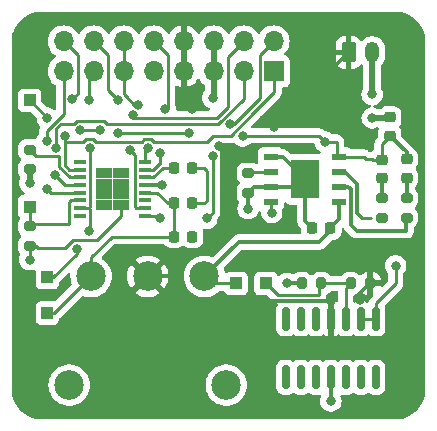
<source format=gbr>
%TF.GenerationSoftware,KiCad,Pcbnew,8.0.1*%
%TF.CreationDate,2024-03-24T23:32:15+02:00*%
%TF.ProjectId,PowerSubsystem,506f7765-7253-4756-9273-797374656d2e,rev?*%
%TF.SameCoordinates,Original*%
%TF.FileFunction,Copper,L1,Top*%
%TF.FilePolarity,Positive*%
%FSLAX46Y46*%
G04 Gerber Fmt 4.6, Leading zero omitted, Abs format (unit mm)*
G04 Created by KiCad (PCBNEW 8.0.1) date 2024-03-24 23:32:15*
%MOMM*%
%LPD*%
G01*
G04 APERTURE LIST*
G04 Aperture macros list*
%AMRoundRect*
0 Rectangle with rounded corners*
0 $1 Rounding radius*
0 $2 $3 $4 $5 $6 $7 $8 $9 X,Y pos of 4 corners*
0 Add a 4 corners polygon primitive as box body*
4,1,4,$2,$3,$4,$5,$6,$7,$8,$9,$2,$3,0*
0 Add four circle primitives for the rounded corners*
1,1,$1+$1,$2,$3*
1,1,$1+$1,$4,$5*
1,1,$1+$1,$6,$7*
1,1,$1+$1,$8,$9*
0 Add four rect primitives between the rounded corners*
20,1,$1+$1,$2,$3,$4,$5,0*
20,1,$1+$1,$4,$5,$6,$7,0*
20,1,$1+$1,$6,$7,$8,$9,0*
20,1,$1+$1,$8,$9,$2,$3,0*%
G04 Aperture macros list end*
%TA.AperFunction,SMDPad,CuDef*%
%ADD10R,1.000000X1.000000*%
%TD*%
%TA.AperFunction,ComponentPad*%
%ADD11C,2.500000*%
%TD*%
%TA.AperFunction,SMDPad,CuDef*%
%ADD12RoundRect,0.200000X-0.275000X0.200000X-0.275000X-0.200000X0.275000X-0.200000X0.275000X0.200000X0*%
%TD*%
%TA.AperFunction,SMDPad,CuDef*%
%ADD13RoundRect,0.200000X0.275000X-0.200000X0.275000X0.200000X-0.275000X0.200000X-0.275000X-0.200000X0*%
%TD*%
%TA.AperFunction,SMDPad,CuDef*%
%ADD14RoundRect,0.200000X0.200000X0.275000X-0.200000X0.275000X-0.200000X-0.275000X0.200000X-0.275000X0*%
%TD*%
%TA.AperFunction,SMDPad,CuDef*%
%ADD15RoundRect,0.218750X0.256250X-0.218750X0.256250X0.218750X-0.256250X0.218750X-0.256250X-0.218750X0*%
%TD*%
%TA.AperFunction,SMDPad,CuDef*%
%ADD16RoundRect,0.225000X-0.225000X-0.250000X0.225000X-0.250000X0.225000X0.250000X-0.225000X0.250000X0*%
%TD*%
%TA.AperFunction,SMDPad,CuDef*%
%ADD17RoundRect,0.225000X0.250000X-0.225000X0.250000X0.225000X-0.250000X0.225000X-0.250000X-0.225000X0*%
%TD*%
%TA.AperFunction,SMDPad,CuDef*%
%ADD18RoundRect,0.225000X0.225000X0.250000X-0.225000X0.250000X-0.225000X-0.250000X0.225000X-0.250000X0*%
%TD*%
%TA.AperFunction,SMDPad,CuDef*%
%ADD19R,1.050000X0.450000*%
%TD*%
%TA.AperFunction,SMDPad,CuDef*%
%ADD20R,1.470000X0.895000*%
%TD*%
%TA.AperFunction,SMDPad,CuDef*%
%ADD21R,2.400000X3.300000*%
%TD*%
%TA.AperFunction,SMDPad,CuDef*%
%ADD22R,1.200000X0.600000*%
%TD*%
%TA.AperFunction,SMDPad,CuDef*%
%ADD23RoundRect,0.150000X-0.150000X0.825000X-0.150000X-0.825000X0.150000X-0.825000X0.150000X0.825000X0*%
%TD*%
%TA.AperFunction,ComponentPad*%
%ADD24RoundRect,0.250000X-0.350000X-0.625000X0.350000X-0.625000X0.350000X0.625000X-0.350000X0.625000X0*%
%TD*%
%TA.AperFunction,ComponentPad*%
%ADD25O,1.200000X1.750000*%
%TD*%
%TA.AperFunction,ComponentPad*%
%ADD26O,1.700000X1.700000*%
%TD*%
%TA.AperFunction,ComponentPad*%
%ADD27R,1.700000X1.700000*%
%TD*%
%TA.AperFunction,ViaPad*%
%ADD28C,0.800000*%
%TD*%
%TA.AperFunction,Conductor*%
%ADD29C,0.254000*%
%TD*%
%TA.AperFunction,Conductor*%
%ADD30C,0.300000*%
%TD*%
%TA.AperFunction,Conductor*%
%ADD31C,0.500000*%
%TD*%
G04 APERTURE END LIST*
D10*
%TO.P,TP6,1,1*%
%TO.N,Net-(U3-BISEN)*%
X161500000Y-64000000D03*
%TD*%
%TO.P,TP5,1,1*%
%TO.N,Net-(U2-BAT)*%
X179000000Y-70500000D03*
%TD*%
%TO.P,TP4,1,1*%
%TO.N,/Motor1_A*%
X163000000Y-70000000D03*
%TD*%
%TO.P,TP3,1,1*%
%TO.N,/Motor2_A*%
X161500000Y-55000000D03*
%TD*%
%TO.P,TP2,1,1*%
%TO.N,Circuit2*%
X163000000Y-73000000D03*
%TD*%
%TO.P,TP1,1,1*%
%TO.N,Net-(U1A-+)*%
X181500000Y-70500000D03*
%TD*%
D11*
%TO.P,U4,1,1*%
%TO.N,Net-(U2-BAT)*%
X176300102Y-69900051D03*
%TO.P,U4,2,2*%
%TO.N,Vbatt*%
X171500000Y-69900051D03*
%TO.P,U4,3,3*%
%TO.N,Circuit2*%
X166699898Y-69900051D03*
%TO.P,U4,4,4*%
%TO.N,unconnected-(U4-Pad4)*%
X178149987Y-79099949D03*
%TO.P,U4,5,5*%
%TO.N,unconnected-(U4-Pad5)*%
X164850013Y-79099949D03*
%TD*%
D12*
%TO.P,R7,1*%
%TO.N,Net-(U2-PROG)*%
X180000000Y-61175000D03*
%TO.P,R7,2*%
%TO.N,GND*%
X180000000Y-62825000D03*
%TD*%
%TO.P,R6,1*%
%TO.N,Net-(D1-K)*%
X193415807Y-63277495D03*
%TO.P,R6,2*%
%TO.N,Net-(U2-STDBY#)*%
X193415807Y-64927495D03*
%TD*%
%TO.P,R5,2*%
%TO.N,Net-(U2-CHRG#)*%
X191317500Y-64927495D03*
%TO.P,R5,1*%
%TO.N,Net-(D2-K)*%
X191317500Y-63277495D03*
%TD*%
D13*
%TO.P,R4,1*%
%TO.N,GND*%
X161500000Y-67325000D03*
%TO.P,R4,2*%
%TO.N,Net-(U3-BISEN)*%
X161500000Y-65675000D03*
%TD*%
%TO.P,R3,1*%
%TO.N,GND*%
X161500000Y-60825000D03*
%TO.P,R3,2*%
%TO.N,Net-(U3-AISEN)*%
X161500000Y-59175000D03*
%TD*%
D14*
%TO.P,R2,1*%
%TO.N,Net-(U1A-+)*%
X186190000Y-70500000D03*
%TO.P,R2,2*%
%TO.N,GND*%
X184540000Y-70500000D03*
%TD*%
%TO.P,R1,2*%
%TO.N,Net-(U1A-+)*%
X188675000Y-70500000D03*
%TO.P,R1,1*%
%TO.N,Vbatt*%
X190325000Y-70500000D03*
%TD*%
D15*
%TO.P,D2,1,K*%
%TO.N,Net-(D2-K)*%
X191317500Y-61605000D03*
%TO.P,D2,2,A*%
%TO.N,Vusb*%
X191317500Y-60030000D03*
%TD*%
%TO.P,D1,1,K*%
%TO.N,Net-(D1-K)*%
X193415807Y-61564995D03*
%TO.P,D1,2,A*%
%TO.N,Vusb*%
X193415807Y-59989995D03*
%TD*%
D16*
%TO.P,C5,1*%
%TO.N,GND*%
X185407499Y-65817500D03*
%TO.P,C5,2*%
%TO.N,Net-(U2-BAT)*%
X186957499Y-65817500D03*
%TD*%
D17*
%TO.P,C4,2*%
%TO.N,GND*%
X192000000Y-56450000D03*
%TO.P,C4,1*%
%TO.N,Vusb*%
X192000000Y-58000000D03*
%TD*%
D18*
%TO.P,C3,1*%
%TO.N,Net-(U3-VCP)*%
X175265000Y-66540000D03*
%TO.P,C3,2*%
%TO.N,Circuit2*%
X173715000Y-66540000D03*
%TD*%
D16*
%TO.P,C2,1*%
%TO.N,Net-(U3-VINT)*%
X173715000Y-60725000D03*
%TO.P,C2,2*%
%TO.N,GND*%
X175265000Y-60725000D03*
%TD*%
D18*
%TO.P,C1,1*%
%TO.N,GND*%
X175265000Y-63725000D03*
%TO.P,C1,2*%
%TO.N,Circuit2*%
X173715000Y-63725000D03*
%TD*%
D19*
%TO.P,U3,1,~{SLEEP}*%
%TO.N,unconnected-(U3-~{SLEEP}-Pad1)*%
X165725000Y-60225000D03*
%TO.P,U3,2,AOUT1*%
%TO.N,/Motor2_A*%
X165725000Y-60875000D03*
%TO.P,U3,3,AISEN*%
%TO.N,Net-(U3-AISEN)*%
X165725000Y-61525000D03*
%TO.P,U3,4,AOUT2*%
%TO.N,/Motor2_B*%
X165725000Y-62175000D03*
%TO.P,U3,5,BOUT2*%
%TO.N,/Motor1_B*%
X165725000Y-62825000D03*
%TO.P,U3,6,BISEN*%
%TO.N,Net-(U3-BISEN)*%
X165725000Y-63475000D03*
%TO.P,U3,7,BOUT1*%
%TO.N,/Motor1_A*%
X165725000Y-64125000D03*
%TO.P,U3,8,~{FAULT}*%
%TO.N,unconnected-(U3-~{FAULT}-Pad8)*%
X165725000Y-64775000D03*
%TO.P,U3,9,BIN1*%
%TO.N,Vp3*%
X171275000Y-64775000D03*
%TO.P,U3,10,BIN2*%
%TO.N,Vp4*%
X171275000Y-64125000D03*
%TO.P,U3,11,VCP*%
%TO.N,Net-(U3-VCP)*%
X171275000Y-63475000D03*
%TO.P,U3,12,VM*%
%TO.N,Circuit2*%
X171275000Y-62825000D03*
%TO.P,U3,13,GND*%
%TO.N,GND*%
X171275000Y-62175000D03*
%TO.P,U3,14,VINT*%
%TO.N,Net-(U3-VINT)*%
X171275000Y-61525000D03*
%TO.P,U3,15,AIN2*%
%TO.N,Vp2*%
X171275000Y-60875000D03*
%TO.P,U3,16,AIN1*%
%TO.N,Vp1*%
X171275000Y-60225000D03*
D20*
%TO.P,U3,17,GND*%
%TO.N,GND*%
X167765000Y-61157500D03*
X167765000Y-62052500D03*
X167765000Y-62947500D03*
X167765000Y-63842500D03*
X169235000Y-61157500D03*
X169235000Y-62052500D03*
X169235000Y-62947500D03*
X169235000Y-63842500D03*
%TD*%
D21*
%TO.P,U2,9,EP*%
%TO.N,GND*%
X184817500Y-61682499D03*
D22*
%TO.P,U2,8,CE*%
%TO.N,Vusb*%
X187725806Y-59777495D03*
%TO.P,U2,7,CHRG#*%
%TO.N,Net-(U2-CHRG#)*%
X187725806Y-61047498D03*
%TO.P,U2,6,STDBY#*%
%TO.N,Net-(U2-STDBY#)*%
X187725806Y-62317500D03*
%TO.P,U2,5,BAT*%
%TO.N,Net-(U2-BAT)*%
X187725806Y-63587503D03*
%TO.P,U2,4,VCC*%
%TO.N,Vusb*%
X181909194Y-63587503D03*
%TO.P,U2,3,GND*%
%TO.N,GND*%
X181909194Y-62317500D03*
%TO.P,U2,2,PROG*%
%TO.N,Net-(U2-PROG)*%
X181909194Y-61047498D03*
%TO.P,U2,1,TEMP*%
%TO.N,GND*%
X181909194Y-59777495D03*
%TD*%
D23*
%TO.P,U1,1*%
%TO.N,BATT_ADC*%
X190810000Y-73500000D03*
%TO.P,U1,2,-*%
X189540000Y-73500000D03*
%TO.P,U1,3,+*%
%TO.N,Net-(U1A-+)*%
X188270000Y-73500000D03*
%TO.P,U1,4,V+*%
%TO.N,Vbatt*%
X187000000Y-73500000D03*
%TO.P,U1,5,+*%
%TO.N,unconnected-(U1B-+-Pad5)*%
X185730000Y-73500000D03*
%TO.P,U1,6,-*%
%TO.N,unconnected-(U1B---Pad6)*%
X184460000Y-73500000D03*
%TO.P,U1,7*%
%TO.N,unconnected-(U1-Pad7)*%
X183190000Y-73500000D03*
%TO.P,U1,8*%
%TO.N,unconnected-(U1-Pad8)*%
X183190000Y-78450000D03*
%TO.P,U1,9,-*%
%TO.N,unconnected-(U1C---Pad9)*%
X184460000Y-78450000D03*
%TO.P,U1,10,+*%
%TO.N,unconnected-(U1C-+-Pad10)*%
X185730000Y-78450000D03*
%TO.P,U1,11,V-*%
%TO.N,GND*%
X187000000Y-78450000D03*
%TO.P,U1,12,+*%
%TO.N,unconnected-(U1D-+-Pad12)*%
X188270000Y-78450000D03*
%TO.P,U1,13,-*%
%TO.N,unconnected-(U1D---Pad13)*%
X189540000Y-78450000D03*
%TO.P,U1,14*%
%TO.N,unconnected-(U1-Pad14)*%
X190810000Y-78450000D03*
%TD*%
D24*
%TO.P,J2,1,Pin_1*%
%TO.N,Vbatt*%
X188500000Y-50950000D03*
D25*
%TO.P,J2,2,Pin_2*%
%TO.N,GND*%
X190500000Y-50950000D03*
%TD*%
D26*
%TO.P,J1,16,Pin_16*%
%TO.N,Vp4*%
X164380000Y-50000000D03*
%TO.P,J1,15,Pin_15*%
%TO.N,/Motor1_B*%
X164380000Y-52540000D03*
%TO.P,J1,14,Pin_14*%
%TO.N,Vp3*%
X166920000Y-50000000D03*
%TO.P,J1,13,Pin_13*%
%TO.N,/Motor1_A*%
X166920000Y-52540000D03*
%TO.P,J1,12,Pin_12*%
%TO.N,Vusb*%
X169460000Y-50000000D03*
%TO.P,J1,11,Pin_11*%
X169460000Y-52540000D03*
%TO.P,J1,10,Pin_10*%
%TO.N,BATT_ADC*%
X172000000Y-50000000D03*
%TO.P,J1,9,Pin_9*%
%TO.N,/RESV*%
X172000000Y-52540000D03*
%TO.P,J1,8,Pin_8*%
%TO.N,Vbatt*%
X174540000Y-50000000D03*
%TO.P,J1,7,Pin_7*%
X174540000Y-52540000D03*
%TO.P,J1,6,Pin_6*%
%TO.N,GND*%
X177080000Y-50000000D03*
%TO.P,J1,5,Pin_5*%
X177080000Y-52540000D03*
%TO.P,J1,4,Pin_4*%
%TO.N,Vp2*%
X179620000Y-50000000D03*
%TO.P,J1,3,Pin_3*%
%TO.N,/Motor2_B*%
X179620000Y-52540000D03*
%TO.P,J1,2,Pin_2*%
%TO.N,Vp1*%
X182160000Y-50000000D03*
D27*
%TO.P,J1,1,Pin_1*%
%TO.N,/Motor2_A*%
X182160000Y-52540000D03*
%TD*%
D28*
%TO.N,/Motor1_A*%
X166500000Y-66098000D03*
X165500000Y-67552000D03*
%TO.N,/Motor2_A*%
X162985933Y-56485933D03*
X164500000Y-58000000D03*
%TO.N,Vbatt*%
X182177000Y-57273000D03*
%TO.N,BATT_ADC*%
X173000000Y-55773000D03*
X192500000Y-69000000D03*
%TO.N,Vbatt*%
X177566675Y-58903055D03*
%TO.N,Vusb*%
X170657313Y-55370317D03*
%TO.N,Vbatt*%
X175217442Y-55773711D03*
X189493425Y-71925001D03*
X187000000Y-72000000D03*
%TO.N,GND*%
X161500000Y-68500000D03*
X161500000Y-62000000D03*
X183325000Y-70500000D03*
X187000000Y-80475000D03*
X190500000Y-56500000D03*
X190500000Y-54500000D03*
%TO.N,Vusb*%
X179528134Y-58028134D03*
X186500000Y-58500000D03*
X182000000Y-64500000D03*
%TO.N,GND*%
X177000000Y-54773000D03*
X180000000Y-64175000D03*
%TO.N,Vp4*%
X165107000Y-54889304D03*
X165773000Y-57500000D03*
X167500000Y-57500000D03*
X170000000Y-59227000D03*
%TO.N,Vp3*%
X169000000Y-55000000D03*
X175000000Y-57773000D03*
X177000000Y-59727000D03*
X176500000Y-65000000D03*
X169000000Y-57773000D03*
X172500000Y-65000000D03*
%TO.N,GND*%
X172669671Y-62184897D03*
%TO.N,Vp2*%
X170227000Y-56273000D03*
X172500000Y-59500000D03*
%TO.N,Vp1*%
X171500000Y-59000000D03*
X178500000Y-57000000D03*
%TO.N,/Motor1_A*%
X166500000Y-55000000D03*
X166577000Y-59000000D03*
%TO.N,/Motor1_B*%
X162940319Y-58460310D03*
X163000000Y-62500000D03*
%TO.N,/Motor2_B*%
X163773000Y-59014067D03*
X163664907Y-61335093D03*
%TD*%
D29*
%TO.N,Net-(U3-BISEN)*%
X161500000Y-64000000D02*
X161500000Y-65675000D01*
X161675000Y-65500000D02*
X161500000Y-65675000D01*
X164873000Y-63573000D02*
X164873000Y-65500000D01*
X164971000Y-63475000D02*
X164873000Y-63573000D01*
X165725000Y-63475000D02*
X164971000Y-63475000D01*
X164873000Y-65500000D02*
X161675000Y-65500000D01*
%TO.N,GND*%
X169235000Y-64765000D02*
X169235000Y-63842500D01*
X167175000Y-66825000D02*
X169235000Y-64765000D01*
X165198866Y-66825000D02*
X167175000Y-66825000D01*
X162175000Y-67500000D02*
X164523866Y-67500000D01*
X164523866Y-67500000D02*
X165198866Y-66825000D01*
X162000000Y-67325000D02*
X162175000Y-67500000D01*
X161500000Y-67325000D02*
X162000000Y-67325000D01*
%TO.N,/Motor1_A*%
X163500000Y-70000000D02*
X163000000Y-70000000D01*
X165500000Y-68000000D02*
X163500000Y-70000000D01*
X165500000Y-67552000D02*
X165500000Y-68000000D01*
%TO.N,Circuit2*%
X163599949Y-73000000D02*
X166699898Y-69900051D01*
X163000000Y-73000000D02*
X163599949Y-73000000D01*
%TO.N,/Motor1_A*%
X166479000Y-64125000D02*
X165725000Y-64125000D01*
X166577000Y-64223000D02*
X166479000Y-64125000D01*
X166577000Y-66021000D02*
X166577000Y-64223000D01*
X166500000Y-66098000D02*
X166577000Y-66021000D01*
%TO.N,Net-(U2-BAT)*%
X176900051Y-70500000D02*
X176300102Y-69900051D01*
X179000000Y-70500000D02*
X176900051Y-70500000D01*
%TO.N,/Motor2_A*%
X162985933Y-56485933D02*
X161500000Y-55000000D01*
X164500000Y-58500000D02*
X164500000Y-58000000D01*
%TO.N,Net-(U1A-+)*%
X186000000Y-70690000D02*
X186190000Y-70500000D01*
X186000000Y-71500000D02*
X186000000Y-70690000D01*
X182500000Y-71500000D02*
X186000000Y-71500000D01*
X181500000Y-70500000D02*
X182500000Y-71500000D01*
D30*
%TO.N,Vbatt*%
X182177000Y-57273000D02*
X188500000Y-50950000D01*
D29*
%TO.N,BATT_ADC*%
X173177000Y-55596000D02*
X173177000Y-51177000D01*
X173000000Y-55773000D02*
X173177000Y-55596000D01*
X173177000Y-51177000D02*
X172000000Y-50000000D01*
X192500000Y-70000000D02*
X192500000Y-69000000D01*
X192500000Y-70500000D02*
X192500000Y-70000000D01*
X190810000Y-72190000D02*
X192500000Y-70500000D01*
X190810000Y-73500000D02*
X190810000Y-72190000D01*
X189540000Y-73500000D02*
X190810000Y-73500000D01*
D30*
%TO.N,Vbatt*%
X175217442Y-55773711D02*
X174540000Y-55096269D01*
X174540000Y-55096269D02*
X174540000Y-52540000D01*
X177750000Y-59086380D02*
X177566675Y-58903055D01*
X177750000Y-60750000D02*
X177750000Y-59086380D01*
X173267766Y-69900051D02*
X171500000Y-69900051D01*
X175167817Y-68000000D02*
X173267766Y-69900051D01*
X176500000Y-68000000D02*
X175167817Y-68000000D01*
X177750000Y-60750000D02*
X177750000Y-66750000D01*
X177750000Y-66750000D02*
X176500000Y-68000000D01*
D29*
%TO.N,Vusb*%
X169460000Y-54431866D02*
X169460000Y-52540000D01*
X169727000Y-54727000D02*
X169727000Y-54698866D01*
X170657313Y-55370317D02*
X170370317Y-55370317D01*
X169727000Y-54698866D02*
X169460000Y-54431866D01*
X170370317Y-55370317D02*
X169727000Y-54727000D01*
%TO.N,Vp2*%
X177329814Y-56500000D02*
X178257000Y-55572814D01*
X170454000Y-56500000D02*
X177329814Y-56500000D01*
X170227000Y-56273000D02*
X170454000Y-56500000D01*
X178257000Y-55572814D02*
X178257000Y-51363000D01*
X178257000Y-51363000D02*
X179620000Y-50000000D01*
D31*
%TO.N,Vbatt*%
X174540000Y-52540000D02*
X174540000Y-50000000D01*
D30*
X173599949Y-72000000D02*
X187000000Y-72000000D01*
X171500000Y-69900051D02*
X173599949Y-72000000D01*
D29*
%TO.N,Vp3*%
X175000000Y-57773000D02*
X169000000Y-57773000D01*
D30*
%TO.N,Net-(U2-BAT)*%
X179200153Y-67000000D02*
X176300102Y-69900051D01*
X186957499Y-66042501D02*
X186000000Y-67000000D01*
X186000000Y-67000000D02*
X179200153Y-67000000D01*
X186957499Y-65817500D02*
X186957499Y-66042501D01*
%TO.N,Vbatt*%
X189493425Y-71331575D02*
X190325000Y-70500000D01*
X189493425Y-71925001D02*
X189493425Y-71331575D01*
X187000000Y-73500000D02*
X187000000Y-72000000D01*
D29*
%TO.N,Net-(U1A-+)*%
X188270000Y-70905000D02*
X188675000Y-70500000D01*
X188270000Y-73500000D02*
X188270000Y-70905000D01*
%TO.N,GND*%
X161500000Y-68000000D02*
X161500000Y-68500000D01*
X161500000Y-67325000D02*
X161500000Y-68000000D01*
D31*
X161500000Y-60825000D02*
X161500000Y-62000000D01*
D29*
%TO.N,Net-(U1A-+)*%
X186190000Y-70500000D02*
X188675000Y-70500000D01*
D30*
%TO.N,GND*%
X184540000Y-70500000D02*
X183325000Y-70500000D01*
X187000000Y-78450000D02*
X187000000Y-80475000D01*
D31*
X192000000Y-56500000D02*
X190500000Y-56500000D01*
X192000000Y-56450000D02*
X192000000Y-56500000D01*
X190500000Y-50950000D02*
X190500000Y-54500000D01*
D29*
%TO.N,Vusb*%
X169460000Y-52540000D02*
X169460000Y-50000000D01*
X179556268Y-58000000D02*
X179528134Y-58028134D01*
X185500000Y-58000000D02*
X179556268Y-58000000D01*
X186000000Y-58000000D02*
X185500000Y-58000000D01*
X186500000Y-58500000D02*
X186000000Y-58000000D01*
X190500000Y-60000000D02*
X190530000Y-60030000D01*
X190530000Y-60030000D02*
X191317500Y-60030000D01*
X190000000Y-60000000D02*
X190500000Y-60000000D01*
X189777495Y-59777495D02*
X190000000Y-60000000D01*
X187725806Y-59777495D02*
X189777495Y-59777495D01*
X187500000Y-59551689D02*
X187725806Y-59777495D01*
X187500000Y-58500000D02*
X187500000Y-59551689D01*
X186500000Y-58500000D02*
X187500000Y-58500000D01*
X181909194Y-64409194D02*
X182000000Y-64500000D01*
X181909194Y-63587503D02*
X181909194Y-64409194D01*
D30*
%TO.N,GND*%
X180507500Y-62317500D02*
X180000000Y-62825000D01*
X181909194Y-62317500D02*
X180507500Y-62317500D01*
D29*
%TO.N,Net-(U2-PROG)*%
X180127502Y-61047498D02*
X180000000Y-61175000D01*
X181909194Y-61047498D02*
X180127502Y-61047498D01*
D30*
%TO.N,Vusb*%
X193415807Y-59415807D02*
X192000000Y-58000000D01*
X193415807Y-59989995D02*
X193415807Y-59415807D01*
D29*
X191317500Y-60030000D02*
X191317500Y-58682500D01*
X191317500Y-58682500D02*
X192000000Y-58000000D01*
D30*
%TO.N,Net-(D2-K)*%
X191317500Y-61605000D02*
X191317500Y-63277495D01*
D31*
%TO.N,GND*%
X177080000Y-54693000D02*
X177000000Y-54773000D01*
X177080000Y-52540000D02*
X177080000Y-54693000D01*
X177080000Y-50000000D02*
X177080000Y-52540000D01*
D29*
%TO.N,/Motor2_B*%
X179620000Y-54851866D02*
X179620000Y-52540000D01*
X168028134Y-57000000D02*
X177471866Y-57000000D01*
X167801134Y-56773000D02*
X168028134Y-57000000D01*
X177471866Y-57000000D02*
X179620000Y-54851866D01*
X165471866Y-56773000D02*
X167801134Y-56773000D01*
X165244866Y-57000000D02*
X165471866Y-56773000D01*
X164142052Y-57000000D02*
X165244866Y-57000000D01*
X163773000Y-57369052D02*
X164142052Y-57000000D01*
X163773000Y-59014067D02*
X163773000Y-57369052D01*
%TO.N,Net-(U2-CHRG#)*%
X190415807Y-64927495D02*
X189605803Y-64927495D01*
D30*
%TO.N,Net-(U2-STDBY#)*%
X193360807Y-64982495D02*
X193415807Y-64927495D01*
X189225806Y-66047498D02*
X193360807Y-66047498D01*
X189156654Y-65978346D02*
X189225806Y-66047498D01*
X193360807Y-66047498D02*
X193360807Y-64982495D01*
D29*
%TO.N,/Motor2_A*%
X182211026Y-54288974D02*
X182211026Y-52591026D01*
X178528134Y-58000000D02*
X180500000Y-56028134D01*
X180500000Y-56028134D02*
X180500000Y-56000000D01*
X177000000Y-58000000D02*
X178528134Y-58000000D01*
X176500000Y-58500000D02*
X177000000Y-58000000D01*
X172028134Y-58500000D02*
X176500000Y-58500000D01*
X180500000Y-56000000D02*
X182211026Y-54288974D01*
X171801134Y-58273000D02*
X172028134Y-58500000D01*
X171198866Y-58273000D02*
X171801134Y-58273000D01*
X170971866Y-58500000D02*
X171198866Y-58273000D01*
X166048866Y-58500000D02*
X166275866Y-58273000D01*
X164500000Y-58500000D02*
X166048866Y-58500000D01*
X164500000Y-60500000D02*
X164500000Y-58500000D01*
X166878134Y-58273000D02*
X167105134Y-58500000D01*
X167105134Y-58500000D02*
X170971866Y-58500000D01*
X164875000Y-60875000D02*
X164500000Y-60500000D01*
X166275866Y-58273000D02*
X166878134Y-58273000D01*
X165725000Y-60875000D02*
X164875000Y-60875000D01*
%TO.N,Vp3*%
X177000000Y-64500000D02*
X176500000Y-65000000D01*
X177000000Y-59727000D02*
X177000000Y-64500000D01*
D30*
%TO.N,GND*%
X180000000Y-62825000D02*
X180000000Y-64175000D01*
D29*
X176500000Y-61000000D02*
X176500000Y-63500000D01*
X176225000Y-60725000D02*
X176500000Y-61000000D01*
X176275000Y-63725000D02*
X175265000Y-63725000D01*
X175265000Y-60725000D02*
X176225000Y-60725000D01*
X176500000Y-63500000D02*
X176275000Y-63725000D01*
%TO.N,Vp4*%
X165557000Y-51177000D02*
X164380000Y-50000000D01*
X165107000Y-54889304D02*
X165557000Y-54439304D01*
X165557000Y-54439304D02*
X165557000Y-51177000D01*
X167500000Y-57500000D02*
X165773000Y-57500000D01*
X170423000Y-59650000D02*
X170000000Y-59227000D01*
X170423000Y-64052000D02*
X170423000Y-59650000D01*
X170496000Y-64125000D02*
X170423000Y-64052000D01*
X171275000Y-64125000D02*
X170496000Y-64125000D01*
%TO.N,Vp3*%
X168097000Y-51177000D02*
X166920000Y-50000000D01*
X169000000Y-55000000D02*
X168097000Y-54097000D01*
X168097000Y-54097000D02*
X168097000Y-51177000D01*
X172275000Y-64775000D02*
X172500000Y-65000000D01*
X171275000Y-64775000D02*
X172275000Y-64775000D01*
D30*
%TO.N,GND*%
X172659774Y-62175000D02*
X172669671Y-62184897D01*
X171275000Y-62175000D02*
X172659774Y-62175000D01*
D29*
%TO.N,/Motor1_A*%
X166500000Y-55000000D02*
X166500000Y-52960000D01*
X166500000Y-52960000D02*
X166920000Y-52540000D01*
%TO.N,/Motor1_B*%
X164380000Y-56120000D02*
X164380000Y-52540000D01*
X162940319Y-57559681D02*
X164380000Y-56120000D01*
X162940319Y-58460310D02*
X162940319Y-57559681D01*
%TO.N,Vp1*%
X180983000Y-51177000D02*
X182160000Y-50000000D01*
X180983000Y-54841530D02*
X180983000Y-51177000D01*
X178824530Y-57000000D02*
X180983000Y-54841530D01*
X178500000Y-57000000D02*
X178824530Y-57000000D01*
%TO.N,Vp2*%
X171982948Y-60875000D02*
X172428974Y-60428974D01*
X172500000Y-60357948D02*
X172500000Y-59500000D01*
X172428974Y-60428974D02*
X172500000Y-60357948D01*
X171275000Y-60875000D02*
X171982948Y-60875000D01*
%TO.N,/Motor1_A*%
X166504000Y-64125000D02*
X165725000Y-64125000D01*
X166577000Y-59000000D02*
X166577000Y-64052000D01*
X166577000Y-64052000D02*
X166504000Y-64125000D01*
%TO.N,Vp1*%
X171275000Y-59225000D02*
X171500000Y-59000000D01*
X171275000Y-60225000D02*
X171275000Y-59225000D01*
%TO.N,Circuit2*%
X166699898Y-68300102D02*
X166699898Y-69900051D01*
X168460000Y-66540000D02*
X166699898Y-68300102D01*
X173715000Y-66540000D02*
X168460000Y-66540000D01*
%TO.N,/Motor1_B*%
X163325000Y-62825000D02*
X163000000Y-62500000D01*
X165725000Y-62825000D02*
X163325000Y-62825000D01*
%TO.N,/Motor2_B*%
X164504814Y-62175000D02*
X163664907Y-61335093D01*
%TO.N,Net-(U3-AISEN)*%
X164882948Y-61525000D02*
X164000000Y-60642052D01*
X164000000Y-60642052D02*
X164000000Y-59741067D01*
X164000000Y-59741067D02*
X162066067Y-59741067D01*
X165725000Y-61525000D02*
X164882948Y-61525000D01*
X162066067Y-59741067D02*
X161500000Y-59175000D01*
%TO.N,/Motor2_B*%
X165725000Y-62175000D02*
X164504814Y-62175000D01*
D30*
%TO.N,GND*%
X184817500Y-65227501D02*
X185407499Y-65817500D01*
X184817500Y-61682499D02*
X184817500Y-65227501D01*
D29*
%TO.N,Circuit2*%
X173715000Y-66540000D02*
X173715000Y-63725000D01*
D30*
%TO.N,GND*%
X184182499Y-62317500D02*
X184817500Y-61682499D01*
X181909194Y-62317500D02*
X184182499Y-62317500D01*
%TO.N,Net-(U2-BAT)*%
X187725806Y-65049193D02*
X186957499Y-65817500D01*
X187725806Y-63587503D02*
X187725806Y-65049193D01*
%TO.N,Net-(U2-CHRG#)*%
X189225806Y-64547498D02*
X189605803Y-64927495D01*
X189225806Y-62047498D02*
X189225806Y-64547498D01*
X188225806Y-61047498D02*
X189225806Y-62047498D01*
X187725806Y-61047498D02*
X188225806Y-61047498D01*
%TO.N,Net-(U2-STDBY#)*%
X188725806Y-65547498D02*
X189225806Y-66047498D01*
X188495808Y-62317500D02*
X188725806Y-62547498D01*
X188725806Y-62547498D02*
X188725806Y-65547498D01*
X187725806Y-62317500D02*
X188495808Y-62317500D01*
%TO.N,Net-(D1-K)*%
X193415807Y-61564995D02*
X193415807Y-63277495D01*
%TO.N,GND*%
X182912496Y-59777495D02*
X184817500Y-61682499D01*
X181909194Y-59777495D02*
X182912496Y-59777495D01*
D29*
%TO.N,Circuit2*%
X173225000Y-63725000D02*
X173715000Y-63725000D01*
X172325000Y-62825000D02*
X173225000Y-63725000D01*
X171275000Y-62825000D02*
X172325000Y-62825000D01*
%TO.N,Net-(U3-VINT)*%
X172775000Y-60725000D02*
X173715000Y-60725000D01*
X171275000Y-61525000D02*
X171975000Y-61525000D01*
X171975000Y-61525000D02*
X172775000Y-60725000D01*
%TO.N,Net-(U3-BISEN)*%
X165725000Y-63475000D02*
X165025000Y-63475000D01*
%TD*%
%TA.AperFunction,Conductor*%
%TO.N,Vbatt*%
G36*
X174790000Y-53870633D02*
G01*
X175003483Y-53813433D01*
X175003492Y-53813429D01*
X175217578Y-53713600D01*
X175411082Y-53578105D01*
X175578105Y-53411082D01*
X175708119Y-53225405D01*
X175762696Y-53181781D01*
X175832195Y-53174588D01*
X175894549Y-53206110D01*
X175911269Y-53225405D01*
X176041505Y-53411401D01*
X176041506Y-53411402D01*
X176208595Y-53578492D01*
X176208598Y-53578494D01*
X176208599Y-53578495D01*
X176276623Y-53626125D01*
X176320248Y-53680701D01*
X176329500Y-53727700D01*
X176329500Y-54124289D01*
X176309815Y-54191328D01*
X176297650Y-54207261D01*
X176267470Y-54240778D01*
X176267465Y-54240785D01*
X176172821Y-54404715D01*
X176172818Y-54404722D01*
X176138880Y-54509174D01*
X176114326Y-54584744D01*
X176094540Y-54773000D01*
X176114326Y-54961256D01*
X176114327Y-54961259D01*
X176172818Y-55141277D01*
X176172821Y-55141284D01*
X176267467Y-55305216D01*
X176357063Y-55404722D01*
X176394129Y-55445888D01*
X176547265Y-55557148D01*
X176547270Y-55557151D01*
X176722615Y-55635221D01*
X176775852Y-55680471D01*
X176796173Y-55747320D01*
X176777127Y-55814544D01*
X176724761Y-55860799D01*
X176672179Y-55872500D01*
X174027568Y-55872500D01*
X173960529Y-55852815D01*
X173914774Y-55800011D01*
X173904247Y-55761462D01*
X173885674Y-55584744D01*
X173827179Y-55404716D01*
X173827177Y-55404712D01*
X173821111Y-55394204D01*
X173804500Y-55332208D01*
X173804500Y-53881232D01*
X173824185Y-53814193D01*
X173876989Y-53768438D01*
X173946147Y-53758494D01*
X173980905Y-53768850D01*
X174076507Y-53813429D01*
X174076516Y-53813433D01*
X174290000Y-53870634D01*
X174290000Y-52973012D01*
X174347007Y-53005925D01*
X174474174Y-53040000D01*
X174605826Y-53040000D01*
X174732993Y-53005925D01*
X174790000Y-52973012D01*
X174790000Y-53870633D01*
G37*
%TD.AperFunction*%
%TA.AperFunction,Conductor*%
G36*
X174790000Y-52106988D02*
G01*
X174732993Y-52074075D01*
X174605826Y-52040000D01*
X174474174Y-52040000D01*
X174347007Y-52074075D01*
X174290000Y-52106988D01*
X174290000Y-50433012D01*
X174347007Y-50465925D01*
X174474174Y-50500000D01*
X174605826Y-50500000D01*
X174732993Y-50465925D01*
X174790000Y-50433012D01*
X174790000Y-52106988D01*
G37*
%TD.AperFunction*%
%TA.AperFunction,Conductor*%
G36*
X192501039Y-47500017D02*
G01*
X192503981Y-47500065D01*
X192656582Y-47502559D01*
X192670718Y-47503602D01*
X192980196Y-47544345D01*
X192996087Y-47547506D01*
X193240218Y-47612921D01*
X193296612Y-47628032D01*
X193311971Y-47633246D01*
X193599400Y-47752303D01*
X193613947Y-47759477D01*
X193883377Y-47915032D01*
X193896863Y-47924043D01*
X194143686Y-48113437D01*
X194155881Y-48124132D01*
X194375867Y-48344118D01*
X194386562Y-48356313D01*
X194575956Y-48603136D01*
X194584967Y-48616622D01*
X194740522Y-48886052D01*
X194747696Y-48900599D01*
X194866753Y-49188028D01*
X194871967Y-49203387D01*
X194952491Y-49503903D01*
X194955655Y-49519812D01*
X194996396Y-49829270D01*
X194997440Y-49843428D01*
X194999983Y-49998960D01*
X195000000Y-50000987D01*
X195000000Y-79499012D01*
X194999983Y-79501039D01*
X194997440Y-79656571D01*
X194996396Y-79670729D01*
X194955655Y-79980187D01*
X194952491Y-79996096D01*
X194871967Y-80296612D01*
X194866753Y-80311971D01*
X194747696Y-80599400D01*
X194740522Y-80613947D01*
X194584967Y-80883377D01*
X194575956Y-80896863D01*
X194386562Y-81143686D01*
X194375867Y-81155881D01*
X194155881Y-81375867D01*
X194143686Y-81386562D01*
X193896863Y-81575956D01*
X193883377Y-81584967D01*
X193613947Y-81740522D01*
X193599400Y-81747696D01*
X193311971Y-81866753D01*
X193296612Y-81871967D01*
X192996096Y-81952491D01*
X192980187Y-81955655D01*
X192670729Y-81996396D01*
X192656571Y-81997440D01*
X192501040Y-81999983D01*
X192499013Y-82000000D01*
X162500987Y-82000000D01*
X162498960Y-81999983D01*
X162343428Y-81997440D01*
X162329270Y-81996396D01*
X162019812Y-81955655D01*
X162003903Y-81952491D01*
X161703387Y-81871967D01*
X161688028Y-81866753D01*
X161400599Y-81747696D01*
X161386052Y-81740522D01*
X161116622Y-81584967D01*
X161103136Y-81575956D01*
X160856313Y-81386562D01*
X160844118Y-81375867D01*
X160624132Y-81155881D01*
X160613437Y-81143686D01*
X160424043Y-80896863D01*
X160415032Y-80883377D01*
X160396020Y-80850448D01*
X160259477Y-80613947D01*
X160252303Y-80599400D01*
X160133246Y-80311971D01*
X160128032Y-80296612D01*
X160071654Y-80086208D01*
X160047506Y-79996087D01*
X160044345Y-79980196D01*
X160003602Y-79670718D01*
X160002559Y-79656582D01*
X160000017Y-79501038D01*
X160000000Y-79499012D01*
X160000000Y-79099953D01*
X163094605Y-79099953D01*
X163114209Y-79361569D01*
X163114210Y-79361574D01*
X163172589Y-79617351D01*
X163172591Y-79617360D01*
X163172593Y-79617365D01*
X163268445Y-79861592D01*
X163399627Y-80088806D01*
X163413910Y-80106716D01*
X163563211Y-80293934D01*
X163744766Y-80462390D01*
X163755534Y-80472382D01*
X163972309Y-80620177D01*
X163972314Y-80620179D01*
X163972315Y-80620180D01*
X163972316Y-80620181D01*
X164097856Y-80680637D01*
X164208686Y-80734010D01*
X164208687Y-80734010D01*
X164208690Y-80734012D01*
X164459398Y-80811345D01*
X164718831Y-80850449D01*
X164981195Y-80850449D01*
X165240628Y-80811345D01*
X165491336Y-80734012D01*
X165727717Y-80620177D01*
X165944492Y-80472382D01*
X166093746Y-80333894D01*
X166136814Y-80293934D01*
X166136814Y-80293932D01*
X166136818Y-80293930D01*
X166300399Y-80088806D01*
X166431581Y-79861592D01*
X166527433Y-79617365D01*
X166585815Y-79361579D01*
X166605421Y-79099953D01*
X176394579Y-79099953D01*
X176414183Y-79361569D01*
X176414184Y-79361574D01*
X176472563Y-79617351D01*
X176472565Y-79617360D01*
X176472567Y-79617365D01*
X176568419Y-79861592D01*
X176699601Y-80088806D01*
X176713884Y-80106716D01*
X176863185Y-80293934D01*
X177044740Y-80462390D01*
X177055508Y-80472382D01*
X177272283Y-80620177D01*
X177272288Y-80620179D01*
X177272289Y-80620180D01*
X177272290Y-80620181D01*
X177397830Y-80680637D01*
X177508660Y-80734010D01*
X177508661Y-80734010D01*
X177508664Y-80734012D01*
X177759372Y-80811345D01*
X178018805Y-80850449D01*
X178281169Y-80850449D01*
X178540602Y-80811345D01*
X178791310Y-80734012D01*
X179027691Y-80620177D01*
X179244466Y-80472382D01*
X179393720Y-80333894D01*
X179436788Y-80293934D01*
X179436788Y-80293932D01*
X179436792Y-80293930D01*
X179600373Y-80088806D01*
X179731555Y-79861592D01*
X179827407Y-79617365D01*
X179885789Y-79361579D01*
X179887354Y-79340701D01*
X182389500Y-79340701D01*
X182392401Y-79377567D01*
X182392402Y-79377573D01*
X182438254Y-79535393D01*
X182438255Y-79535396D01*
X182521917Y-79676862D01*
X182521923Y-79676870D01*
X182638129Y-79793076D01*
X182638133Y-79793079D01*
X182638135Y-79793081D01*
X182779602Y-79876744D01*
X182821224Y-79888836D01*
X182937426Y-79922597D01*
X182937429Y-79922597D01*
X182937431Y-79922598D01*
X182974306Y-79925500D01*
X182974314Y-79925500D01*
X183405686Y-79925500D01*
X183405694Y-79925500D01*
X183442569Y-79922598D01*
X183442571Y-79922597D01*
X183442573Y-79922597D01*
X183489050Y-79909094D01*
X183600398Y-79876744D01*
X183741865Y-79793081D01*
X183741870Y-79793075D01*
X183748031Y-79788298D01*
X183749933Y-79790750D01*
X183798579Y-79764155D01*
X183868274Y-79769104D01*
X183900695Y-79789940D01*
X183901969Y-79788298D01*
X183908132Y-79793078D01*
X183908135Y-79793081D01*
X184049602Y-79876744D01*
X184091224Y-79888836D01*
X184207426Y-79922597D01*
X184207429Y-79922597D01*
X184207431Y-79922598D01*
X184244306Y-79925500D01*
X184244314Y-79925500D01*
X184675686Y-79925500D01*
X184675694Y-79925500D01*
X184712569Y-79922598D01*
X184712571Y-79922597D01*
X184712573Y-79922597D01*
X184759050Y-79909094D01*
X184870398Y-79876744D01*
X185011865Y-79793081D01*
X185011870Y-79793075D01*
X185018031Y-79788298D01*
X185019933Y-79790750D01*
X185068579Y-79764155D01*
X185138274Y-79769104D01*
X185170695Y-79789940D01*
X185171969Y-79788298D01*
X185178132Y-79793078D01*
X185178135Y-79793081D01*
X185319602Y-79876744D01*
X185361224Y-79888836D01*
X185477426Y-79922597D01*
X185477429Y-79922597D01*
X185477431Y-79922598D01*
X185514306Y-79925500D01*
X185514314Y-79925500D01*
X185945686Y-79925500D01*
X185945694Y-79925500D01*
X185982569Y-79922598D01*
X186042676Y-79905135D01*
X186112546Y-79905334D01*
X186171216Y-79943276D01*
X186200060Y-80006914D01*
X186189919Y-80076044D01*
X186184661Y-80086208D01*
X186172821Y-80106716D01*
X186172818Y-80106722D01*
X186114327Y-80286740D01*
X186114326Y-80286744D01*
X186094540Y-80475000D01*
X186114326Y-80663256D01*
X186114327Y-80663259D01*
X186172818Y-80843277D01*
X186172821Y-80843284D01*
X186267467Y-81007216D01*
X186394129Y-81147888D01*
X186547265Y-81259148D01*
X186547270Y-81259151D01*
X186720192Y-81336142D01*
X186720197Y-81336144D01*
X186905354Y-81375500D01*
X186905355Y-81375500D01*
X187094644Y-81375500D01*
X187094646Y-81375500D01*
X187279803Y-81336144D01*
X187452730Y-81259151D01*
X187605871Y-81147888D01*
X187732533Y-81007216D01*
X187827179Y-80843284D01*
X187885674Y-80663256D01*
X187905460Y-80475000D01*
X187885674Y-80286744D01*
X187827179Y-80106716D01*
X187815339Y-80086208D01*
X187798867Y-80018311D01*
X187821719Y-79952284D01*
X187876641Y-79909094D01*
X187946194Y-79902452D01*
X187957322Y-79905135D01*
X188017426Y-79922597D01*
X188017429Y-79922597D01*
X188017431Y-79922598D01*
X188054306Y-79925500D01*
X188054314Y-79925500D01*
X188485686Y-79925500D01*
X188485694Y-79925500D01*
X188522569Y-79922598D01*
X188522571Y-79922597D01*
X188522573Y-79922597D01*
X188569050Y-79909094D01*
X188680398Y-79876744D01*
X188821865Y-79793081D01*
X188821870Y-79793075D01*
X188828031Y-79788298D01*
X188829933Y-79790750D01*
X188878579Y-79764155D01*
X188948274Y-79769104D01*
X188980695Y-79789940D01*
X188981969Y-79788298D01*
X188988132Y-79793078D01*
X188988135Y-79793081D01*
X189129602Y-79876744D01*
X189171224Y-79888836D01*
X189287426Y-79922597D01*
X189287429Y-79922597D01*
X189287431Y-79922598D01*
X189324306Y-79925500D01*
X189324314Y-79925500D01*
X189755686Y-79925500D01*
X189755694Y-79925500D01*
X189792569Y-79922598D01*
X189792571Y-79922597D01*
X189792573Y-79922597D01*
X189839050Y-79909094D01*
X189950398Y-79876744D01*
X190091865Y-79793081D01*
X190091870Y-79793075D01*
X190098031Y-79788298D01*
X190099933Y-79790750D01*
X190148579Y-79764155D01*
X190218274Y-79769104D01*
X190250695Y-79789940D01*
X190251969Y-79788298D01*
X190258132Y-79793078D01*
X190258135Y-79793081D01*
X190399602Y-79876744D01*
X190441224Y-79888836D01*
X190557426Y-79922597D01*
X190557429Y-79922597D01*
X190557431Y-79922598D01*
X190594306Y-79925500D01*
X190594314Y-79925500D01*
X191025686Y-79925500D01*
X191025694Y-79925500D01*
X191062569Y-79922598D01*
X191062571Y-79922597D01*
X191062573Y-79922597D01*
X191109050Y-79909094D01*
X191220398Y-79876744D01*
X191361865Y-79793081D01*
X191478081Y-79676865D01*
X191561744Y-79535398D01*
X191607598Y-79377569D01*
X191610500Y-79340694D01*
X191610500Y-77559306D01*
X191607598Y-77522431D01*
X191591170Y-77465887D01*
X191561745Y-77364606D01*
X191561744Y-77364603D01*
X191561744Y-77364602D01*
X191478081Y-77223135D01*
X191478079Y-77223133D01*
X191478076Y-77223129D01*
X191361870Y-77106923D01*
X191361862Y-77106917D01*
X191220396Y-77023255D01*
X191220393Y-77023254D01*
X191062573Y-76977402D01*
X191062567Y-76977401D01*
X191025701Y-76974500D01*
X191025694Y-76974500D01*
X190594306Y-76974500D01*
X190594298Y-76974500D01*
X190557432Y-76977401D01*
X190557426Y-76977402D01*
X190399606Y-77023254D01*
X190399603Y-77023255D01*
X190258137Y-77106917D01*
X190251969Y-77111702D01*
X190250072Y-77109256D01*
X190201358Y-77135857D01*
X190131666Y-77130873D01*
X190099296Y-77110069D01*
X190098031Y-77111702D01*
X190091862Y-77106917D01*
X189950396Y-77023255D01*
X189950393Y-77023254D01*
X189792573Y-76977402D01*
X189792567Y-76977401D01*
X189755701Y-76974500D01*
X189755694Y-76974500D01*
X189324306Y-76974500D01*
X189324298Y-76974500D01*
X189287432Y-76977401D01*
X189287426Y-76977402D01*
X189129606Y-77023254D01*
X189129603Y-77023255D01*
X188988137Y-77106917D01*
X188981969Y-77111702D01*
X188980072Y-77109256D01*
X188931358Y-77135857D01*
X188861666Y-77130873D01*
X188829296Y-77110069D01*
X188828031Y-77111702D01*
X188821862Y-77106917D01*
X188680396Y-77023255D01*
X188680393Y-77023254D01*
X188522573Y-76977402D01*
X188522567Y-76977401D01*
X188485701Y-76974500D01*
X188485694Y-76974500D01*
X188054306Y-76974500D01*
X188054298Y-76974500D01*
X188017432Y-76977401D01*
X188017426Y-76977402D01*
X187859606Y-77023254D01*
X187859603Y-77023255D01*
X187718137Y-77106917D01*
X187711969Y-77111702D01*
X187710072Y-77109256D01*
X187661358Y-77135857D01*
X187591666Y-77130873D01*
X187559296Y-77110069D01*
X187558031Y-77111702D01*
X187551862Y-77106917D01*
X187410396Y-77023255D01*
X187410393Y-77023254D01*
X187252573Y-76977402D01*
X187252567Y-76977401D01*
X187215701Y-76974500D01*
X187215694Y-76974500D01*
X186784306Y-76974500D01*
X186784298Y-76974500D01*
X186747432Y-76977401D01*
X186747426Y-76977402D01*
X186589606Y-77023254D01*
X186589603Y-77023255D01*
X186448137Y-77106917D01*
X186441969Y-77111702D01*
X186440072Y-77109256D01*
X186391358Y-77135857D01*
X186321666Y-77130873D01*
X186289296Y-77110069D01*
X186288031Y-77111702D01*
X186281862Y-77106917D01*
X186140396Y-77023255D01*
X186140393Y-77023254D01*
X185982573Y-76977402D01*
X185982567Y-76977401D01*
X185945701Y-76974500D01*
X185945694Y-76974500D01*
X185514306Y-76974500D01*
X185514298Y-76974500D01*
X185477432Y-76977401D01*
X185477426Y-76977402D01*
X185319606Y-77023254D01*
X185319603Y-77023255D01*
X185178137Y-77106917D01*
X185171969Y-77111702D01*
X185170072Y-77109256D01*
X185121358Y-77135857D01*
X185051666Y-77130873D01*
X185019296Y-77110069D01*
X185018031Y-77111702D01*
X185011862Y-77106917D01*
X184870396Y-77023255D01*
X184870393Y-77023254D01*
X184712573Y-76977402D01*
X184712567Y-76977401D01*
X184675701Y-76974500D01*
X184675694Y-76974500D01*
X184244306Y-76974500D01*
X184244298Y-76974500D01*
X184207432Y-76977401D01*
X184207426Y-76977402D01*
X184049606Y-77023254D01*
X184049603Y-77023255D01*
X183908137Y-77106917D01*
X183901969Y-77111702D01*
X183900072Y-77109256D01*
X183851358Y-77135857D01*
X183781666Y-77130873D01*
X183749296Y-77110069D01*
X183748031Y-77111702D01*
X183741862Y-77106917D01*
X183600396Y-77023255D01*
X183600393Y-77023254D01*
X183442573Y-76977402D01*
X183442567Y-76977401D01*
X183405701Y-76974500D01*
X183405694Y-76974500D01*
X182974306Y-76974500D01*
X182974298Y-76974500D01*
X182937432Y-76977401D01*
X182937426Y-76977402D01*
X182779606Y-77023254D01*
X182779603Y-77023255D01*
X182638137Y-77106917D01*
X182638129Y-77106923D01*
X182521923Y-77223129D01*
X182521917Y-77223137D01*
X182438255Y-77364603D01*
X182438254Y-77364606D01*
X182392402Y-77522426D01*
X182392401Y-77522432D01*
X182389500Y-77559298D01*
X182389500Y-79340701D01*
X179887354Y-79340701D01*
X179905395Y-79099949D01*
X179885789Y-78838319D01*
X179827407Y-78582533D01*
X179731555Y-78338306D01*
X179600373Y-78111092D01*
X179436792Y-77905968D01*
X179436791Y-77905967D01*
X179436788Y-77905963D01*
X179244466Y-77727516D01*
X179027691Y-77579721D01*
X179027687Y-77579719D01*
X179027684Y-77579717D01*
X179027683Y-77579716D01*
X178791312Y-77465887D01*
X178791314Y-77465887D01*
X178540610Y-77388555D01*
X178540606Y-77388554D01*
X178540602Y-77388553D01*
X178415810Y-77369743D01*
X178281174Y-77349449D01*
X178281169Y-77349449D01*
X178018805Y-77349449D01*
X178018799Y-77349449D01*
X177857234Y-77373802D01*
X177759372Y-77388553D01*
X177759369Y-77388554D01*
X177759363Y-77388555D01*
X177508660Y-77465887D01*
X177272290Y-77579716D01*
X177272289Y-77579717D01*
X177055507Y-77727516D01*
X176863185Y-77905963D01*
X176699601Y-78111092D01*
X176568419Y-78338305D01*
X176472569Y-78582527D01*
X176472563Y-78582546D01*
X176414184Y-78838323D01*
X176414183Y-78838328D01*
X176394579Y-79099944D01*
X176394579Y-79099953D01*
X166605421Y-79099953D01*
X166605421Y-79099949D01*
X166585815Y-78838319D01*
X166527433Y-78582533D01*
X166431581Y-78338306D01*
X166300399Y-78111092D01*
X166136818Y-77905968D01*
X166136817Y-77905967D01*
X166136814Y-77905963D01*
X165944492Y-77727516D01*
X165727717Y-77579721D01*
X165727713Y-77579719D01*
X165727710Y-77579717D01*
X165727709Y-77579716D01*
X165491338Y-77465887D01*
X165491340Y-77465887D01*
X165240636Y-77388555D01*
X165240632Y-77388554D01*
X165240628Y-77388553D01*
X165115836Y-77369743D01*
X164981200Y-77349449D01*
X164981195Y-77349449D01*
X164718831Y-77349449D01*
X164718825Y-77349449D01*
X164557260Y-77373802D01*
X164459398Y-77388553D01*
X164459395Y-77388554D01*
X164459389Y-77388555D01*
X164208686Y-77465887D01*
X163972316Y-77579716D01*
X163972315Y-77579717D01*
X163755533Y-77727516D01*
X163563211Y-77905963D01*
X163399627Y-78111092D01*
X163268445Y-78338305D01*
X163172595Y-78582527D01*
X163172589Y-78582546D01*
X163114210Y-78838323D01*
X163114209Y-78838328D01*
X163094605Y-79099944D01*
X163094605Y-79099953D01*
X160000000Y-79099953D01*
X160000000Y-64547870D01*
X160499500Y-64547870D01*
X160499501Y-64547876D01*
X160505908Y-64607483D01*
X160556202Y-64742328D01*
X160556206Y-64742335D01*
X160642452Y-64857544D01*
X160642453Y-64857544D01*
X160642454Y-64857546D01*
X160647461Y-64861294D01*
X160648058Y-64861741D01*
X160689929Y-64917676D01*
X160694912Y-64987368D01*
X160673307Y-65033334D01*
X160673409Y-65033396D01*
X160672823Y-65034364D01*
X160671362Y-65037474D01*
X160669529Y-65039812D01*
X160581522Y-65185393D01*
X160530913Y-65347807D01*
X160524500Y-65418386D01*
X160524500Y-65931613D01*
X160530913Y-66002192D01*
X160530913Y-66002194D01*
X160530914Y-66002196D01*
X160566328Y-66115845D01*
X160581522Y-66164606D01*
X160669530Y-66310188D01*
X160771661Y-66412319D01*
X160805146Y-66473642D01*
X160800162Y-66543334D01*
X160771661Y-66587681D01*
X160669531Y-66689810D01*
X160669530Y-66689811D01*
X160581522Y-66835393D01*
X160530913Y-66997807D01*
X160524500Y-67068386D01*
X160524500Y-67581613D01*
X160530913Y-67652192D01*
X160581522Y-67814606D01*
X160669530Y-67960188D01*
X160674157Y-67966094D01*
X160672408Y-67967463D01*
X160700604Y-68019100D01*
X160695620Y-68088792D01*
X160686826Y-68107456D01*
X160672821Y-68131713D01*
X160614327Y-68311740D01*
X160614326Y-68311744D01*
X160594540Y-68500000D01*
X160614326Y-68688256D01*
X160614327Y-68688259D01*
X160672818Y-68868277D01*
X160672821Y-68868284D01*
X160767467Y-69032216D01*
X160866726Y-69142454D01*
X160894129Y-69172888D01*
X161047265Y-69284148D01*
X161047270Y-69284151D01*
X161220192Y-69361142D01*
X161220197Y-69361144D01*
X161405354Y-69400500D01*
X161405355Y-69400500D01*
X161594644Y-69400500D01*
X161594646Y-69400500D01*
X161779803Y-69361144D01*
X161825065Y-69340991D01*
X161894312Y-69331706D01*
X161957589Y-69361334D01*
X161994804Y-69420468D01*
X161999500Y-69454271D01*
X161999500Y-70547870D01*
X161999501Y-70547876D01*
X162005908Y-70607483D01*
X162056202Y-70742328D01*
X162056206Y-70742335D01*
X162142452Y-70857544D01*
X162142455Y-70857547D01*
X162257664Y-70943793D01*
X162257671Y-70943797D01*
X162392517Y-70994091D01*
X162392516Y-70994091D01*
X162399444Y-70994835D01*
X162452127Y-71000500D01*
X163547872Y-71000499D01*
X163607483Y-70994091D01*
X163742331Y-70943796D01*
X163857546Y-70857546D01*
X163943796Y-70742331D01*
X163994091Y-70607483D01*
X164000500Y-70547873D01*
X164000499Y-70438279D01*
X164020183Y-70371241D01*
X164036813Y-70350604D01*
X164745214Y-69642203D01*
X164806535Y-69608720D01*
X164876227Y-69613704D01*
X164932160Y-69655576D01*
X164956577Y-69721040D01*
X164956546Y-69739152D01*
X164944490Y-69900046D01*
X164944490Y-69900055D01*
X164964094Y-70161671D01*
X164964095Y-70161676D01*
X164964095Y-70161680D01*
X164964096Y-70161681D01*
X164970267Y-70188718D01*
X165022474Y-70417453D01*
X165022476Y-70417462D01*
X165022478Y-70417467D01*
X165030613Y-70438196D01*
X165069645Y-70537647D01*
X165075814Y-70607244D01*
X165043376Y-70669127D01*
X165041898Y-70670630D01*
X163736038Y-71976490D01*
X163674715Y-72009975D01*
X163615495Y-72005743D01*
X163615035Y-72007693D01*
X163607483Y-72005908D01*
X163547883Y-71999501D01*
X163547881Y-71999500D01*
X163547873Y-71999500D01*
X163547864Y-71999500D01*
X162452129Y-71999500D01*
X162452123Y-71999501D01*
X162392516Y-72005908D01*
X162257671Y-72056202D01*
X162257664Y-72056206D01*
X162142455Y-72142452D01*
X162142452Y-72142455D01*
X162056206Y-72257664D01*
X162056202Y-72257671D01*
X162005908Y-72392517D01*
X161999501Y-72452116D01*
X161999500Y-72452135D01*
X161999500Y-73547870D01*
X161999501Y-73547876D01*
X162005908Y-73607483D01*
X162056202Y-73742328D01*
X162056206Y-73742335D01*
X162142452Y-73857544D01*
X162142455Y-73857547D01*
X162257664Y-73943793D01*
X162257671Y-73943797D01*
X162392517Y-73994091D01*
X162392516Y-73994091D01*
X162399444Y-73994835D01*
X162452127Y-74000500D01*
X163547872Y-74000499D01*
X163607483Y-73994091D01*
X163742331Y-73943796D01*
X163857546Y-73857546D01*
X163943796Y-73742331D01*
X163994091Y-73607483D01*
X164000500Y-73547873D01*
X164000499Y-73538237D01*
X164020178Y-73471199D01*
X164036819Y-73450548D01*
X164087361Y-73400007D01*
X164087361Y-73400006D01*
X165925532Y-71561834D01*
X165986853Y-71528351D01*
X166054016Y-71533154D01*
X166054142Y-71532746D01*
X166055902Y-71533289D01*
X166056544Y-71533335D01*
X166058527Y-71534094D01*
X166058560Y-71534107D01*
X166058575Y-71534114D01*
X166309283Y-71611447D01*
X166568716Y-71650551D01*
X166831080Y-71650551D01*
X167090513Y-71611447D01*
X167341221Y-71534114D01*
X167528775Y-71443793D01*
X167577594Y-71420283D01*
X167577594Y-71420282D01*
X167577602Y-71420279D01*
X167794377Y-71272484D01*
X167972206Y-71107483D01*
X167986699Y-71094036D01*
X167986699Y-71094034D01*
X167986703Y-71094032D01*
X168150284Y-70888908D01*
X168281466Y-70661694D01*
X168377318Y-70417467D01*
X168435700Y-70161681D01*
X168435706Y-70161601D01*
X168455306Y-69900055D01*
X169745093Y-69900055D01*
X169764692Y-70161596D01*
X169764693Y-70161601D01*
X169823058Y-70417321D01*
X169918883Y-70661477D01*
X169918882Y-70661477D01*
X170050027Y-70888624D01*
X170097874Y-70948622D01*
X170709521Y-70336974D01*
X170800924Y-70473768D01*
X170926283Y-70599127D01*
X171063074Y-70690528D01*
X170450830Y-71302771D01*
X170622546Y-71419844D01*
X170622550Y-71419846D01*
X170858854Y-71533645D01*
X170858858Y-71533646D01*
X171109494Y-71610958D01*
X171109500Y-71610960D01*
X171368848Y-71650050D01*
X171368857Y-71650051D01*
X171631143Y-71650051D01*
X171631151Y-71650050D01*
X171890499Y-71610960D01*
X171890505Y-71610958D01*
X172141143Y-71533646D01*
X172377445Y-71419849D01*
X172377447Y-71419848D01*
X172549168Y-71302771D01*
X171936924Y-70690528D01*
X172073717Y-70599127D01*
X172199076Y-70473768D01*
X172290477Y-70336975D01*
X172902125Y-70948623D01*
X172949971Y-70888624D01*
X173081116Y-70661477D01*
X173176941Y-70417321D01*
X173235306Y-70161601D01*
X173235307Y-70161596D01*
X173254907Y-69900055D01*
X173254907Y-69900046D01*
X173235307Y-69638505D01*
X173235306Y-69638500D01*
X173176941Y-69382780D01*
X173081116Y-69138624D01*
X173081117Y-69138624D01*
X172949972Y-68911477D01*
X172902124Y-68851478D01*
X172290477Y-69463125D01*
X172199076Y-69326334D01*
X172073717Y-69200975D01*
X171936924Y-69109573D01*
X172549168Y-68497329D01*
X172377454Y-68380257D01*
X172377445Y-68380252D01*
X172141142Y-68266455D01*
X172141144Y-68266455D01*
X171890505Y-68189143D01*
X171890499Y-68189141D01*
X171631151Y-68150051D01*
X171368848Y-68150051D01*
X171109500Y-68189141D01*
X171109494Y-68189143D01*
X170858858Y-68266455D01*
X170858854Y-68266456D01*
X170622547Y-68380256D01*
X170622539Y-68380261D01*
X170450830Y-68497328D01*
X171063075Y-69109573D01*
X170926283Y-69200975D01*
X170800924Y-69326334D01*
X170709522Y-69463126D01*
X170097874Y-68851478D01*
X170050028Y-68911476D01*
X169918883Y-69138624D01*
X169823058Y-69382780D01*
X169764693Y-69638500D01*
X169764692Y-69638505D01*
X169745093Y-69900046D01*
X169745093Y-69900055D01*
X168455306Y-69900055D01*
X168455306Y-69900046D01*
X168435701Y-69638430D01*
X168435700Y-69638425D01*
X168435700Y-69638421D01*
X168377318Y-69382635D01*
X168281466Y-69138408D01*
X168150284Y-68911194D01*
X167986703Y-68706070D01*
X167986702Y-68706069D01*
X167986699Y-68706065D01*
X167862788Y-68591093D01*
X167794377Y-68527618D01*
X167753869Y-68500000D01*
X167659631Y-68435749D01*
X167615329Y-68381721D01*
X167607271Y-68312317D01*
X167638013Y-68249574D01*
X167641777Y-68245640D01*
X168683600Y-67203819D01*
X168744923Y-67170334D01*
X168771281Y-67167500D01*
X172801229Y-67167500D01*
X172868268Y-67187185D01*
X172906767Y-67226402D01*
X172917031Y-67243043D01*
X173036955Y-67362967D01*
X173036959Y-67362970D01*
X173181294Y-67451998D01*
X173181297Y-67451999D01*
X173181303Y-67452003D01*
X173342292Y-67505349D01*
X173441655Y-67515500D01*
X173988344Y-67515499D01*
X173988352Y-67515498D01*
X173988355Y-67515498D01*
X174042760Y-67509940D01*
X174087708Y-67505349D01*
X174248697Y-67452003D01*
X174393044Y-67362968D01*
X174402319Y-67353693D01*
X174463642Y-67320208D01*
X174533334Y-67325192D01*
X174577681Y-67353693D01*
X174586955Y-67362967D01*
X174586959Y-67362970D01*
X174731294Y-67451998D01*
X174731297Y-67451999D01*
X174731303Y-67452003D01*
X174892292Y-67505349D01*
X174991655Y-67515500D01*
X175538344Y-67515499D01*
X175538352Y-67515498D01*
X175538355Y-67515498D01*
X175592760Y-67509940D01*
X175637708Y-67505349D01*
X175798697Y-67452003D01*
X175943044Y-67362968D01*
X176062968Y-67243044D01*
X176152003Y-67098697D01*
X176205349Y-66937708D01*
X176215500Y-66838345D01*
X176215499Y-66241656D01*
X176215047Y-66237236D01*
X176205349Y-66142292D01*
X176200447Y-66127500D01*
X176172013Y-66041692D01*
X176169612Y-65971867D01*
X176205343Y-65911825D01*
X176267864Y-65880632D01*
X176315499Y-65881400D01*
X176405354Y-65900500D01*
X176405355Y-65900500D01*
X176594644Y-65900500D01*
X176594646Y-65900500D01*
X176779803Y-65861144D01*
X176952730Y-65784151D01*
X177105871Y-65672888D01*
X177232533Y-65532216D01*
X177327179Y-65368284D01*
X177385674Y-65188256D01*
X177402989Y-65023506D01*
X177429572Y-64958895D01*
X177438629Y-64948789D01*
X177443622Y-64943796D01*
X177487411Y-64900008D01*
X177515783Y-64857546D01*
X177556083Y-64797233D01*
X177592046Y-64710411D01*
X177603386Y-64683034D01*
X177627500Y-64561803D01*
X177627500Y-64438197D01*
X177627500Y-60423465D01*
X177647185Y-60356426D01*
X177659343Y-60340500D01*
X177732533Y-60259216D01*
X177827179Y-60095284D01*
X177885674Y-59915256D01*
X177905460Y-59727000D01*
X177885674Y-59538744D01*
X177827179Y-59358716D01*
X177732533Y-59194784D01*
X177605871Y-59054112D01*
X177577775Y-59033699D01*
X177452734Y-58942851D01*
X177452729Y-58942848D01*
X177277385Y-58864779D01*
X177224148Y-58819529D01*
X177203827Y-58752680D01*
X177222873Y-58685456D01*
X177275239Y-58639201D01*
X177327821Y-58627500D01*
X178589938Y-58627500D01*
X178589939Y-58627499D01*
X178711169Y-58603386D01*
X178719918Y-58599761D01*
X178789384Y-58592287D01*
X178851865Y-58623557D01*
X178859527Y-58631347D01*
X178922263Y-58701022D01*
X178922269Y-58701027D01*
X179075399Y-58812282D01*
X179075404Y-58812285D01*
X179248326Y-58889276D01*
X179248331Y-58889278D01*
X179433488Y-58928634D01*
X179433489Y-58928634D01*
X179622778Y-58928634D01*
X179622780Y-58928634D01*
X179807937Y-58889278D01*
X179980864Y-58812285D01*
X180133998Y-58701026D01*
X180134000Y-58701026D01*
X180134000Y-58701024D01*
X180134005Y-58701022D01*
X180163264Y-58668525D01*
X180222750Y-58631879D01*
X180255413Y-58627500D01*
X185438197Y-58627500D01*
X185504494Y-58627500D01*
X185571533Y-58647185D01*
X185617288Y-58699989D01*
X185622425Y-58713182D01*
X185672818Y-58868278D01*
X185672821Y-58868284D01*
X185767467Y-59032216D01*
X185863351Y-59138706D01*
X185894129Y-59172888D01*
X186047265Y-59284148D01*
X186047270Y-59284151D01*
X186071008Y-59294720D01*
X186124245Y-59339970D01*
X186144566Y-59406820D01*
X186125520Y-59474043D01*
X186073154Y-59520298D01*
X186020572Y-59531999D01*
X183638308Y-59531999D01*
X183571269Y-59512314D01*
X183550627Y-59495680D01*
X183327170Y-59272222D01*
X183327166Y-59272219D01*
X183327165Y-59272218D01*
X183220623Y-59201030D01*
X183206488Y-59195175D01*
X183102239Y-59151993D01*
X183100657Y-59151679D01*
X183100657Y-59151678D01*
X182976567Y-59126995D01*
X182976565Y-59126995D01*
X182917425Y-59126995D01*
X182850386Y-59107310D01*
X182843114Y-59102262D01*
X182751525Y-59033699D01*
X182751522Y-59033697D01*
X182616676Y-58983403D01*
X182616677Y-58983403D01*
X182557077Y-58976996D01*
X182557075Y-58976995D01*
X182557067Y-58976995D01*
X182557058Y-58976995D01*
X181261323Y-58976995D01*
X181261317Y-58976996D01*
X181201710Y-58983403D01*
X181066865Y-59033697D01*
X181066858Y-59033701D01*
X180951649Y-59119947D01*
X180951646Y-59119950D01*
X180865400Y-59235159D01*
X180865396Y-59235166D01*
X180815232Y-59369666D01*
X180815103Y-59370012D01*
X180808694Y-59429622D01*
X180808694Y-59429629D01*
X180808694Y-59429630D01*
X180808694Y-60125365D01*
X180808695Y-60125371D01*
X180815102Y-60184978D01*
X180834129Y-60235990D01*
X180839113Y-60305682D01*
X180805628Y-60367005D01*
X180744305Y-60400489D01*
X180674613Y-60395505D01*
X180653797Y-60385440D01*
X180564606Y-60331522D01*
X180527071Y-60319826D01*
X180402196Y-60280914D01*
X180402194Y-60280913D01*
X180402192Y-60280913D01*
X180352778Y-60276423D01*
X180331616Y-60274500D01*
X179668384Y-60274500D01*
X179649145Y-60276248D01*
X179597807Y-60280913D01*
X179435393Y-60331522D01*
X179289811Y-60419530D01*
X179169530Y-60539811D01*
X179081522Y-60685393D01*
X179030913Y-60847807D01*
X179024500Y-60918386D01*
X179024500Y-61431613D01*
X179030913Y-61502192D01*
X179030913Y-61502194D01*
X179030914Y-61502196D01*
X179063714Y-61607456D01*
X179081522Y-61664606D01*
X179169530Y-61810188D01*
X179271661Y-61912319D01*
X179305146Y-61973642D01*
X179300162Y-62043334D01*
X179271661Y-62087681D01*
X179169531Y-62189810D01*
X179169530Y-62189811D01*
X179081522Y-62335393D01*
X179030913Y-62497807D01*
X179024500Y-62568386D01*
X179024500Y-63081613D01*
X179030913Y-63152192D01*
X179030913Y-63152194D01*
X179030914Y-63152196D01*
X179081522Y-63314606D01*
X179169528Y-63460185D01*
X179231175Y-63521832D01*
X179264659Y-63583153D01*
X179259675Y-63652845D01*
X179250881Y-63671511D01*
X179206794Y-63747873D01*
X179176699Y-63800000D01*
X179172820Y-63806718D01*
X179172818Y-63806722D01*
X179123991Y-63956998D01*
X179114326Y-63986744D01*
X179094540Y-64175000D01*
X179114326Y-64363256D01*
X179114327Y-64363259D01*
X179172818Y-64543277D01*
X179172821Y-64543284D01*
X179267467Y-64707216D01*
X179384740Y-64837460D01*
X179394129Y-64847888D01*
X179547265Y-64959148D01*
X179547270Y-64959151D01*
X179720192Y-65036142D01*
X179720197Y-65036144D01*
X179905354Y-65075500D01*
X179905355Y-65075500D01*
X180094644Y-65075500D01*
X180094646Y-65075500D01*
X180279803Y-65036144D01*
X180452730Y-64959151D01*
X180605871Y-64847888D01*
X180732533Y-64707216D01*
X180827179Y-64543284D01*
X180852609Y-64465019D01*
X180892046Y-64407344D01*
X180956405Y-64380145D01*
X181025251Y-64392059D01*
X181076727Y-64439304D01*
X181091871Y-64493746D01*
X181093861Y-64493537D01*
X181094540Y-64499998D01*
X181094540Y-64500000D01*
X181114326Y-64688256D01*
X181114327Y-64688259D01*
X181172818Y-64868277D01*
X181172821Y-64868284D01*
X181267467Y-65032216D01*
X181394129Y-65172888D01*
X181547265Y-65284148D01*
X181547270Y-65284151D01*
X181720192Y-65361142D01*
X181720197Y-65361144D01*
X181905354Y-65400500D01*
X181905355Y-65400500D01*
X182094644Y-65400500D01*
X182094646Y-65400500D01*
X182279803Y-65361144D01*
X182452730Y-65284151D01*
X182605871Y-65172888D01*
X182732533Y-65032216D01*
X182827179Y-64868284D01*
X182885674Y-64688256D01*
X182905460Y-64500000D01*
X182885674Y-64311744D01*
X182884702Y-64308755D01*
X182884650Y-64306931D01*
X182884322Y-64305385D01*
X182884604Y-64305324D01*
X182882704Y-64238916D01*
X182903361Y-64196128D01*
X182952990Y-64129834D01*
X183003285Y-63994986D01*
X183009694Y-63935376D01*
X183009693Y-63728295D01*
X183029377Y-63661258D01*
X183082181Y-63615503D01*
X183151339Y-63605559D01*
X183214895Y-63634584D01*
X183232959Y-63653985D01*
X183259955Y-63690046D01*
X183375164Y-63776292D01*
X183375171Y-63776296D01*
X183420118Y-63793060D01*
X183510017Y-63826590D01*
X183569627Y-63832999D01*
X184043000Y-63832998D01*
X184110039Y-63852682D01*
X184155794Y-63905486D01*
X184167000Y-63956998D01*
X184167000Y-65291570D01*
X184167000Y-65291572D01*
X184166999Y-65291572D01*
X184188569Y-65400006D01*
X184188570Y-65400006D01*
X184188570Y-65400008D01*
X184191999Y-65417245D01*
X184192000Y-65417247D01*
X184232625Y-65515326D01*
X184241035Y-65535628D01*
X184312223Y-65642170D01*
X184420681Y-65750628D01*
X184454165Y-65811949D01*
X184456999Y-65838308D01*
X184456999Y-66115836D01*
X184457000Y-66115855D01*
X184466914Y-66212899D01*
X184454144Y-66281592D01*
X184406263Y-66332476D01*
X184343556Y-66349500D01*
X179136082Y-66349500D01*
X179010414Y-66374497D01*
X179010408Y-66374499D01*
X178892023Y-66423535D01*
X178785484Y-66494722D01*
X178785477Y-66494728D01*
X177049890Y-68230315D01*
X176988567Y-68263800D01*
X176925659Y-68261125D01*
X176825776Y-68230315D01*
X176690725Y-68188657D01*
X176690721Y-68188656D01*
X176690717Y-68188655D01*
X176565925Y-68169845D01*
X176431289Y-68149551D01*
X176431284Y-68149551D01*
X176168920Y-68149551D01*
X176168914Y-68149551D01*
X176007349Y-68173904D01*
X175909487Y-68188655D01*
X175909484Y-68188656D01*
X175909478Y-68188657D01*
X175658775Y-68265989D01*
X175422405Y-68379818D01*
X175422404Y-68379819D01*
X175422398Y-68379822D01*
X175422398Y-68379823D01*
X175421756Y-68380261D01*
X175205622Y-68527618D01*
X175013300Y-68706065D01*
X174849716Y-68911194D01*
X174718534Y-69138407D01*
X174622684Y-69382629D01*
X174622678Y-69382648D01*
X174564299Y-69638425D01*
X174564298Y-69638430D01*
X174544694Y-69900046D01*
X174544694Y-69900055D01*
X174564298Y-70161671D01*
X174564299Y-70161676D01*
X174564299Y-70161680D01*
X174564300Y-70161681D01*
X174570471Y-70188718D01*
X174622678Y-70417453D01*
X174622680Y-70417462D01*
X174622682Y-70417467D01*
X174718534Y-70661694D01*
X174849716Y-70888908D01*
X174933597Y-70994091D01*
X175013300Y-71094036D01*
X175194855Y-71262492D01*
X175205623Y-71272484D01*
X175422398Y-71420279D01*
X175422403Y-71420281D01*
X175422404Y-71420282D01*
X175422405Y-71420283D01*
X175490082Y-71452874D01*
X175658775Y-71534112D01*
X175658776Y-71534112D01*
X175658779Y-71534114D01*
X175909487Y-71611447D01*
X176168920Y-71650551D01*
X176431284Y-71650551D01*
X176690717Y-71611447D01*
X176941425Y-71534114D01*
X177128979Y-71443793D01*
X177177798Y-71420283D01*
X177177798Y-71420282D01*
X177177806Y-71420279D01*
X177394581Y-71272484D01*
X177515163Y-71160600D01*
X177577694Y-71129433D01*
X177599503Y-71127500D01*
X177927279Y-71127500D01*
X177994318Y-71147185D01*
X178040073Y-71199989D01*
X178043461Y-71208166D01*
X178056203Y-71242330D01*
X178056206Y-71242335D01*
X178142452Y-71357544D01*
X178142455Y-71357547D01*
X178257664Y-71443793D01*
X178257671Y-71443797D01*
X178392517Y-71494091D01*
X178392516Y-71494091D01*
X178399444Y-71494835D01*
X178452127Y-71500500D01*
X179547872Y-71500499D01*
X179607483Y-71494091D01*
X179742331Y-71443796D01*
X179857546Y-71357546D01*
X179943796Y-71242331D01*
X179994091Y-71107483D01*
X180000500Y-71047873D01*
X180000500Y-71047870D01*
X180499500Y-71047870D01*
X180499501Y-71047876D01*
X180505908Y-71107483D01*
X180556202Y-71242328D01*
X180556206Y-71242335D01*
X180642452Y-71357544D01*
X180642455Y-71357547D01*
X180757664Y-71443793D01*
X180757671Y-71443797D01*
X180782008Y-71452874D01*
X180892517Y-71494091D01*
X180952127Y-71500500D01*
X181561718Y-71500499D01*
X181628757Y-71520183D01*
X181649399Y-71536818D01*
X182012589Y-71900008D01*
X182068354Y-71955773D01*
X182099994Y-71987413D01*
X182099996Y-71987414D01*
X182202756Y-72056076D01*
X182202760Y-72056078D01*
X182202767Y-72056083D01*
X182244227Y-72073256D01*
X182316966Y-72103386D01*
X182418563Y-72123594D01*
X182480471Y-72155978D01*
X182515046Y-72216693D01*
X182511307Y-72286463D01*
X182501103Y-72308331D01*
X182438254Y-72414605D01*
X182438254Y-72414606D01*
X182392402Y-72572426D01*
X182392401Y-72572432D01*
X182389500Y-72609298D01*
X182389500Y-74390701D01*
X182392401Y-74427567D01*
X182392402Y-74427573D01*
X182438254Y-74585393D01*
X182438255Y-74585396D01*
X182521917Y-74726862D01*
X182521923Y-74726870D01*
X182638129Y-74843076D01*
X182638133Y-74843079D01*
X182638135Y-74843081D01*
X182779602Y-74926744D01*
X182821224Y-74938836D01*
X182937426Y-74972597D01*
X182937429Y-74972597D01*
X182937431Y-74972598D01*
X182974306Y-74975500D01*
X182974314Y-74975500D01*
X183405686Y-74975500D01*
X183405694Y-74975500D01*
X183442569Y-74972598D01*
X183442571Y-74972597D01*
X183442573Y-74972597D01*
X183484191Y-74960505D01*
X183600398Y-74926744D01*
X183741865Y-74843081D01*
X183741870Y-74843075D01*
X183748031Y-74838298D01*
X183749933Y-74840750D01*
X183798579Y-74814155D01*
X183868274Y-74819104D01*
X183900695Y-74839940D01*
X183901969Y-74838298D01*
X183908132Y-74843078D01*
X183908135Y-74843081D01*
X184049602Y-74926744D01*
X184091224Y-74938836D01*
X184207426Y-74972597D01*
X184207429Y-74972597D01*
X184207431Y-74972598D01*
X184244306Y-74975500D01*
X184244314Y-74975500D01*
X184675686Y-74975500D01*
X184675694Y-74975500D01*
X184712569Y-74972598D01*
X184712571Y-74972597D01*
X184712573Y-74972597D01*
X184754191Y-74960505D01*
X184870398Y-74926744D01*
X185011865Y-74843081D01*
X185011870Y-74843075D01*
X185018031Y-74838298D01*
X185019933Y-74840750D01*
X185068579Y-74814155D01*
X185138274Y-74819104D01*
X185170695Y-74839940D01*
X185171969Y-74838298D01*
X185178132Y-74843078D01*
X185178135Y-74843081D01*
X185319602Y-74926744D01*
X185361224Y-74938836D01*
X185477426Y-74972597D01*
X185477429Y-74972597D01*
X185477431Y-74972598D01*
X185514306Y-74975500D01*
X185514314Y-74975500D01*
X185945686Y-74975500D01*
X185945694Y-74975500D01*
X185982569Y-74972598D01*
X185982571Y-74972597D01*
X185982573Y-74972597D01*
X186024191Y-74960505D01*
X186140398Y-74926744D01*
X186281865Y-74843081D01*
X186281870Y-74843076D01*
X186288026Y-74838301D01*
X186289839Y-74840638D01*
X186338949Y-74813798D01*
X186408643Y-74818756D01*
X186440996Y-74839551D01*
X186442278Y-74837900D01*
X186448447Y-74842685D01*
X186589801Y-74926281D01*
X186747514Y-74972100D01*
X186747511Y-74972100D01*
X186749998Y-74972295D01*
X186750000Y-74972295D01*
X186750000Y-72027703D01*
X186747507Y-72027900D01*
X186645433Y-72057555D01*
X186575564Y-72057355D01*
X186516894Y-72019412D01*
X186488051Y-71955773D01*
X186498193Y-71886644D01*
X186507738Y-71869586D01*
X186556078Y-71797241D01*
X186556079Y-71797238D01*
X186556083Y-71797233D01*
X186559082Y-71789994D01*
X186595285Y-71702590D01*
X186603385Y-71683035D01*
X186617625Y-71611447D01*
X186627500Y-71561805D01*
X186627500Y-71519913D01*
X186647185Y-71452874D01*
X186687348Y-71413797D01*
X186825185Y-71330472D01*
X186945472Y-71210185D01*
X186959277Y-71187349D01*
X187010805Y-71140162D01*
X187065393Y-71127500D01*
X187518500Y-71127500D01*
X187585539Y-71147185D01*
X187631294Y-71199989D01*
X187642500Y-71251500D01*
X187642500Y-71993706D01*
X187622815Y-72060745D01*
X187570011Y-72106500D01*
X187500853Y-72116444D01*
X187455379Y-72100438D01*
X187410196Y-72073717D01*
X187410193Y-72073716D01*
X187252494Y-72027900D01*
X187252497Y-72027900D01*
X187250000Y-72027703D01*
X187250000Y-74972295D01*
X187250001Y-74972295D01*
X187252486Y-74972100D01*
X187410198Y-74926281D01*
X187551550Y-74842686D01*
X187557717Y-74837903D01*
X187559630Y-74840369D01*
X187608222Y-74813802D01*
X187677917Y-74818749D01*
X187710762Y-74839853D01*
X187711969Y-74838298D01*
X187718132Y-74843078D01*
X187718135Y-74843081D01*
X187859602Y-74926744D01*
X187901224Y-74938836D01*
X188017426Y-74972597D01*
X188017429Y-74972597D01*
X188017431Y-74972598D01*
X188054306Y-74975500D01*
X188054314Y-74975500D01*
X188485686Y-74975500D01*
X188485694Y-74975500D01*
X188522569Y-74972598D01*
X188522571Y-74972597D01*
X188522573Y-74972597D01*
X188564191Y-74960505D01*
X188680398Y-74926744D01*
X188821865Y-74843081D01*
X188821870Y-74843075D01*
X188828031Y-74838298D01*
X188829933Y-74840750D01*
X188878579Y-74814155D01*
X188948274Y-74819104D01*
X188980695Y-74839940D01*
X188981969Y-74838298D01*
X188988132Y-74843078D01*
X188988135Y-74843081D01*
X189129602Y-74926744D01*
X189171224Y-74938836D01*
X189287426Y-74972597D01*
X189287429Y-74972597D01*
X189287431Y-74972598D01*
X189324306Y-74975500D01*
X189324314Y-74975500D01*
X189755686Y-74975500D01*
X189755694Y-74975500D01*
X189792569Y-74972598D01*
X189792571Y-74972597D01*
X189792573Y-74972597D01*
X189834191Y-74960505D01*
X189950398Y-74926744D01*
X190091865Y-74843081D01*
X190091870Y-74843075D01*
X190098031Y-74838298D01*
X190099933Y-74840750D01*
X190148579Y-74814155D01*
X190218274Y-74819104D01*
X190250695Y-74839940D01*
X190251969Y-74838298D01*
X190258132Y-74843078D01*
X190258135Y-74843081D01*
X190399602Y-74926744D01*
X190441224Y-74938836D01*
X190557426Y-74972597D01*
X190557429Y-74972597D01*
X190557431Y-74972598D01*
X190594306Y-74975500D01*
X190594314Y-74975500D01*
X191025686Y-74975500D01*
X191025694Y-74975500D01*
X191062569Y-74972598D01*
X191062571Y-74972597D01*
X191062573Y-74972597D01*
X191104191Y-74960505D01*
X191220398Y-74926744D01*
X191361865Y-74843081D01*
X191478081Y-74726865D01*
X191561744Y-74585398D01*
X191607598Y-74427569D01*
X191610500Y-74390694D01*
X191610500Y-72609306D01*
X191607598Y-72572431D01*
X191607597Y-72572426D01*
X191562184Y-72416114D01*
X191562383Y-72346245D01*
X191593577Y-72293840D01*
X192987411Y-70900008D01*
X193015783Y-70857546D01*
X193056083Y-70797233D01*
X193087260Y-70721965D01*
X193103386Y-70683035D01*
X193127500Y-70561803D01*
X193127500Y-70438197D01*
X193127500Y-70438196D01*
X193127500Y-69938197D01*
X193127500Y-69696465D01*
X193147185Y-69629426D01*
X193159343Y-69613500D01*
X193232533Y-69532216D01*
X193327179Y-69368284D01*
X193385674Y-69188256D01*
X193405460Y-69000000D01*
X193385674Y-68811744D01*
X193327179Y-68631716D01*
X193232533Y-68467784D01*
X193105871Y-68327112D01*
X193105870Y-68327111D01*
X192952734Y-68215851D01*
X192952729Y-68215848D01*
X192779807Y-68138857D01*
X192779802Y-68138855D01*
X192632076Y-68107456D01*
X192594646Y-68099500D01*
X192405354Y-68099500D01*
X192372897Y-68106398D01*
X192220197Y-68138855D01*
X192220192Y-68138857D01*
X192047270Y-68215848D01*
X192047265Y-68215851D01*
X191894129Y-68327111D01*
X191767466Y-68467785D01*
X191672821Y-68631715D01*
X191672818Y-68631722D01*
X191614327Y-68811740D01*
X191614326Y-68811744D01*
X191594540Y-69000000D01*
X191614326Y-69188256D01*
X191614327Y-69188259D01*
X191672818Y-69368277D01*
X191672821Y-69368284D01*
X191767000Y-69531408D01*
X191767467Y-69532216D01*
X191840651Y-69613494D01*
X191870880Y-69676484D01*
X191872500Y-69696465D01*
X191872500Y-70188718D01*
X191852815Y-70255757D01*
X191836181Y-70276399D01*
X191381471Y-70731109D01*
X191320148Y-70764594D01*
X191250456Y-70759610D01*
X191235503Y-70750000D01*
X190575000Y-70750000D01*
X190575000Y-71486218D01*
X190555315Y-71553257D01*
X190538682Y-71573899D01*
X190409992Y-71702589D01*
X190366289Y-71746292D01*
X190322586Y-71789994D01*
X190322585Y-71789996D01*
X190253233Y-71893789D01*
X190251586Y-71898393D01*
X190206614Y-72006964D01*
X190206612Y-72006969D01*
X190201982Y-72030249D01*
X190169596Y-72092159D01*
X190108880Y-72126733D01*
X190039110Y-72122992D01*
X190017245Y-72112789D01*
X190001345Y-72103386D01*
X189950398Y-72073256D01*
X189950396Y-72073255D01*
X189950394Y-72073254D01*
X189950393Y-72073254D01*
X189792573Y-72027402D01*
X189792567Y-72027401D01*
X189755701Y-72024500D01*
X189755694Y-72024500D01*
X189324306Y-72024500D01*
X189324298Y-72024500D01*
X189287432Y-72027401D01*
X189287426Y-72027402D01*
X189129606Y-72073254D01*
X189129605Y-72073254D01*
X189084620Y-72099858D01*
X189016896Y-72117039D01*
X188950633Y-72094879D01*
X188906871Y-72040413D01*
X188897500Y-71993125D01*
X188897500Y-71591675D01*
X188917185Y-71524636D01*
X188969989Y-71478881D01*
X188997310Y-71470057D01*
X189002184Y-71469087D01*
X189002196Y-71469086D01*
X189164606Y-71418478D01*
X189310185Y-71330472D01*
X189412673Y-71227983D01*
X189473994Y-71194499D01*
X189543685Y-71199483D01*
X189588034Y-71227984D01*
X189690122Y-71330072D01*
X189835604Y-71418019D01*
X189835603Y-71418019D01*
X189997894Y-71468590D01*
X189997893Y-71468590D01*
X190068408Y-71474998D01*
X190068426Y-71474999D01*
X190074999Y-71474998D01*
X190075000Y-71474998D01*
X190075000Y-69525000D01*
X190575000Y-69525000D01*
X190575000Y-70250000D01*
X191224999Y-70250000D01*
X191224999Y-70168417D01*
X191218591Y-70097897D01*
X191218590Y-70097892D01*
X191168018Y-69935603D01*
X191080072Y-69790122D01*
X190959877Y-69669927D01*
X190814395Y-69581980D01*
X190814396Y-69581980D01*
X190652105Y-69531409D01*
X190652106Y-69531409D01*
X190581572Y-69525000D01*
X190575000Y-69525000D01*
X190075000Y-69525000D01*
X190074999Y-69524999D01*
X190068436Y-69525000D01*
X190068417Y-69525001D01*
X189997897Y-69531408D01*
X189997892Y-69531409D01*
X189835603Y-69581981D01*
X189690122Y-69669927D01*
X189690121Y-69669928D01*
X189588035Y-69772015D01*
X189526712Y-69805500D01*
X189457020Y-69800516D01*
X189412673Y-69772015D01*
X189310188Y-69669530D01*
X189310181Y-69669526D01*
X189164606Y-69581522D01*
X189002196Y-69530914D01*
X189002194Y-69530913D01*
X189002192Y-69530913D01*
X188952778Y-69526423D01*
X188931616Y-69524500D01*
X188418384Y-69524500D01*
X188399145Y-69526248D01*
X188347807Y-69530913D01*
X188185393Y-69581522D01*
X188039811Y-69669530D01*
X187919531Y-69789810D01*
X187919528Y-69789814D01*
X187905723Y-69812651D01*
X187854195Y-69859838D01*
X187799607Y-69872500D01*
X187065393Y-69872500D01*
X186998354Y-69852815D01*
X186959277Y-69812651D01*
X186951727Y-69800162D01*
X186945472Y-69789815D01*
X186945471Y-69789814D01*
X186945468Y-69789810D01*
X186825188Y-69669530D01*
X186825181Y-69669526D01*
X186679606Y-69581522D01*
X186517196Y-69530914D01*
X186517194Y-69530913D01*
X186517192Y-69530913D01*
X186467778Y-69526423D01*
X186446616Y-69524500D01*
X185933384Y-69524500D01*
X185914145Y-69526248D01*
X185862807Y-69530913D01*
X185700393Y-69581522D01*
X185554811Y-69669530D01*
X185554810Y-69669531D01*
X185452681Y-69771661D01*
X185391358Y-69805146D01*
X185321666Y-69800162D01*
X185277319Y-69771661D01*
X185175188Y-69669530D01*
X185175181Y-69669526D01*
X185029606Y-69581522D01*
X184867196Y-69530914D01*
X184867194Y-69530913D01*
X184867192Y-69530913D01*
X184817778Y-69526423D01*
X184796616Y-69524500D01*
X184283384Y-69524500D01*
X184264145Y-69526248D01*
X184212807Y-69530913D01*
X184050393Y-69581522D01*
X183904816Y-69669526D01*
X183893869Y-69680473D01*
X183832544Y-69713954D01*
X183762852Y-69708965D01*
X183755757Y-69706065D01*
X183604807Y-69638857D01*
X183604802Y-69638855D01*
X183446505Y-69605209D01*
X183419646Y-69599500D01*
X183230354Y-69599500D01*
X183203495Y-69605209D01*
X183045197Y-69638855D01*
X183045192Y-69638857D01*
X182872270Y-69715848D01*
X182872265Y-69715851D01*
X182719129Y-69827111D01*
X182719128Y-69827112D01*
X182679612Y-69870999D01*
X182620125Y-69907647D01*
X182550268Y-69906316D01*
X182492220Y-69867429D01*
X182471281Y-69831359D01*
X182443797Y-69757671D01*
X182443793Y-69757664D01*
X182357547Y-69642455D01*
X182357544Y-69642452D01*
X182242335Y-69556206D01*
X182242328Y-69556202D01*
X182107482Y-69505908D01*
X182107483Y-69505908D01*
X182047883Y-69499501D01*
X182047881Y-69499500D01*
X182047873Y-69499500D01*
X182047864Y-69499500D01*
X180952129Y-69499500D01*
X180952123Y-69499501D01*
X180892516Y-69505908D01*
X180757671Y-69556202D01*
X180757664Y-69556206D01*
X180642455Y-69642452D01*
X180642452Y-69642455D01*
X180556206Y-69757664D01*
X180556202Y-69757671D01*
X180505908Y-69892517D01*
X180499501Y-69952116D01*
X180499501Y-69952123D01*
X180499500Y-69952135D01*
X180499500Y-71047870D01*
X180000500Y-71047870D01*
X180000499Y-69952128D01*
X179994091Y-69892517D01*
X179986625Y-69872500D01*
X179943797Y-69757671D01*
X179943793Y-69757664D01*
X179857547Y-69642455D01*
X179857544Y-69642452D01*
X179742335Y-69556206D01*
X179742328Y-69556202D01*
X179607482Y-69505908D01*
X179607483Y-69505908D01*
X179547883Y-69499501D01*
X179547881Y-69499500D01*
X179547873Y-69499500D01*
X179547864Y-69499500D01*
X178452129Y-69499500D01*
X178452123Y-69499501D01*
X178392516Y-69505908D01*
X178257671Y-69556202D01*
X178257664Y-69556206D01*
X178204982Y-69595644D01*
X178139518Y-69620061D01*
X178071245Y-69605209D01*
X178021840Y-69555804D01*
X178009781Y-69523969D01*
X177977525Y-69382648D01*
X177977524Y-69382647D01*
X177977522Y-69382635D01*
X177939520Y-69285808D01*
X177933352Y-69216216D01*
X177965789Y-69154332D01*
X177967204Y-69152893D01*
X179433280Y-67686819D01*
X179494603Y-67653334D01*
X179520961Y-67650500D01*
X186064071Y-67650500D01*
X186148615Y-67633682D01*
X186189744Y-67625501D01*
X186308127Y-67576465D01*
X186414669Y-67505277D01*
X187090627Y-66829317D01*
X187151950Y-66795833D01*
X187178308Y-66792999D01*
X187230837Y-66792999D01*
X187230843Y-66792999D01*
X187230851Y-66792998D01*
X187230854Y-66792998D01*
X187285259Y-66787440D01*
X187330207Y-66782849D01*
X187491196Y-66729503D01*
X187635543Y-66640468D01*
X187755467Y-66520544D01*
X187844502Y-66376197D01*
X187897848Y-66215208D01*
X187907999Y-66115845D01*
X187907998Y-65896361D01*
X187927682Y-65829323D01*
X187980486Y-65783568D01*
X188049644Y-65773624D01*
X188113200Y-65802649D01*
X188146559Y-65848910D01*
X188149338Y-65855621D01*
X188220532Y-65962171D01*
X188811131Y-66552770D01*
X188811138Y-66552776D01*
X188884507Y-66601799D01*
X188884510Y-66601800D01*
X188884514Y-66601803D01*
X188917679Y-66623963D01*
X189036062Y-66672999D01*
X189036066Y-66672999D01*
X189036067Y-66673000D01*
X189161734Y-66697998D01*
X189161737Y-66697998D01*
X193424878Y-66697998D01*
X193509422Y-66681180D01*
X193550551Y-66672999D01*
X193668934Y-66623963D01*
X193775476Y-66552774D01*
X193866083Y-66462167D01*
X193937272Y-66355625D01*
X193986308Y-66237242D01*
X194004222Y-66147185D01*
X194011307Y-66111569D01*
X194011307Y-65822232D01*
X194030992Y-65755193D01*
X194071157Y-65716115D01*
X194125992Y-65682967D01*
X194246279Y-65562680D01*
X194334285Y-65417101D01*
X194384893Y-65254691D01*
X194391307Y-65184111D01*
X194391307Y-64670879D01*
X194384893Y-64600299D01*
X194334285Y-64437889D01*
X194246279Y-64292310D01*
X194246277Y-64292308D01*
X194246276Y-64292306D01*
X194144146Y-64190176D01*
X194110661Y-64128853D01*
X194115645Y-64059161D01*
X194144146Y-64014814D01*
X194246275Y-63912684D01*
X194246276Y-63912683D01*
X194246279Y-63912680D01*
X194334285Y-63767101D01*
X194384893Y-63604691D01*
X194391307Y-63534111D01*
X194391307Y-63020879D01*
X194384893Y-62950299D01*
X194334285Y-62787889D01*
X194246279Y-62642310D01*
X194246277Y-62642308D01*
X194246276Y-62642306D01*
X194126153Y-62522183D01*
X194092668Y-62460860D01*
X194097652Y-62391168D01*
X194126153Y-62346821D01*
X194137581Y-62335393D01*
X194240088Y-62232886D01*
X194328356Y-62089782D01*
X194381243Y-61930180D01*
X194391307Y-61831669D01*
X194391307Y-61298321D01*
X194381243Y-61199810D01*
X194328356Y-61040208D01*
X194328352Y-61040202D01*
X194328351Y-61040199D01*
X194240090Y-60897107D01*
X194240087Y-60897103D01*
X194208160Y-60865176D01*
X194174675Y-60803853D01*
X194179659Y-60734161D01*
X194208160Y-60689814D01*
X194218604Y-60679370D01*
X194240088Y-60657886D01*
X194328356Y-60514782D01*
X194381243Y-60355180D01*
X194391307Y-60256669D01*
X194391307Y-59723321D01*
X194381243Y-59624810D01*
X194328356Y-59465208D01*
X194328352Y-59465202D01*
X194328351Y-59465199D01*
X194240090Y-59322107D01*
X194240087Y-59322103D01*
X194121197Y-59203213D01*
X194033465Y-59149099D01*
X193995461Y-59112452D01*
X193961618Y-59061803D01*
X193961617Y-59061802D01*
X193942841Y-59033701D01*
X193921083Y-59001137D01*
X193921081Y-59001135D01*
X193921079Y-59001132D01*
X193011818Y-58091871D01*
X192978333Y-58030548D01*
X192975499Y-58004190D01*
X192975499Y-57726662D01*
X192975498Y-57726644D01*
X192965349Y-57627292D01*
X192965348Y-57627289D01*
X192949617Y-57579815D01*
X192912003Y-57466303D01*
X192912000Y-57466298D01*
X192911998Y-57466294D01*
X192822970Y-57321959D01*
X192822967Y-57321955D01*
X192813693Y-57312681D01*
X192780208Y-57251358D01*
X192785192Y-57181666D01*
X192813693Y-57137319D01*
X192814507Y-57136505D01*
X192822968Y-57128044D01*
X192912003Y-56983697D01*
X192965349Y-56822708D01*
X192975500Y-56723345D01*
X192975499Y-56176656D01*
X192974779Y-56169612D01*
X192965349Y-56077292D01*
X192965348Y-56077289D01*
X192939903Y-56000500D01*
X192912003Y-55916303D01*
X192911999Y-55916297D01*
X192911998Y-55916294D01*
X192822970Y-55771959D01*
X192822967Y-55771955D01*
X192703044Y-55652032D01*
X192703040Y-55652029D01*
X192558705Y-55563001D01*
X192558699Y-55562998D01*
X192558697Y-55562997D01*
X192516801Y-55549114D01*
X192397709Y-55509651D01*
X192298346Y-55499500D01*
X191701662Y-55499500D01*
X191701644Y-55499501D01*
X191602292Y-55509650D01*
X191602289Y-55509651D01*
X191441305Y-55562996D01*
X191441294Y-55563001D01*
X191296959Y-55652029D01*
X191296955Y-55652032D01*
X191235807Y-55713181D01*
X191174484Y-55746666D01*
X191148126Y-55749500D01*
X191039337Y-55749500D01*
X190972298Y-55729815D01*
X190966452Y-55725818D01*
X190952734Y-55715851D01*
X190952729Y-55715848D01*
X190779807Y-55638857D01*
X190779800Y-55638855D01*
X190697161Y-55621290D01*
X190635679Y-55588098D01*
X190601902Y-55526935D01*
X190606554Y-55457221D01*
X190648158Y-55401088D01*
X190697161Y-55378710D01*
X190703201Y-55377426D01*
X190779803Y-55361144D01*
X190952730Y-55284151D01*
X191105871Y-55172888D01*
X191232533Y-55032216D01*
X191327179Y-54868284D01*
X191385674Y-54688256D01*
X191405460Y-54500000D01*
X191385674Y-54311744D01*
X191327179Y-54131716D01*
X191283584Y-54056206D01*
X191267113Y-54027677D01*
X191250500Y-53965677D01*
X191250500Y-52082204D01*
X191270185Y-52015165D01*
X191286819Y-51994523D01*
X191302248Y-51979094D01*
X191339414Y-51941928D01*
X191441232Y-51801788D01*
X191519873Y-51647445D01*
X191573402Y-51482701D01*
X191600500Y-51311611D01*
X191600500Y-50588389D01*
X191573402Y-50417299D01*
X191519873Y-50252555D01*
X191441232Y-50098212D01*
X191339414Y-49958072D01*
X191216928Y-49835586D01*
X191076788Y-49733768D01*
X190922445Y-49655127D01*
X190757701Y-49601598D01*
X190757699Y-49601597D01*
X190757698Y-49601597D01*
X190626271Y-49580781D01*
X190586611Y-49574500D01*
X190413389Y-49574500D01*
X190373728Y-49580781D01*
X190242302Y-49601597D01*
X190077552Y-49655128D01*
X189923211Y-49733768D01*
X189783073Y-49835585D01*
X189675166Y-49943492D01*
X189613843Y-49976976D01*
X189544151Y-49971992D01*
X189488218Y-49930120D01*
X189481946Y-49920906D01*
X189442317Y-49856656D01*
X189318345Y-49732684D01*
X189169124Y-49640643D01*
X189169119Y-49640641D01*
X189002697Y-49585494D01*
X189002690Y-49585493D01*
X188899986Y-49575000D01*
X188750000Y-49575000D01*
X188750000Y-50669670D01*
X188730255Y-50649925D01*
X188644745Y-50600556D01*
X188549370Y-50575000D01*
X188450630Y-50575000D01*
X188355255Y-50600556D01*
X188269745Y-50649925D01*
X188250000Y-50669670D01*
X188250000Y-49575000D01*
X188100027Y-49575000D01*
X188100012Y-49575001D01*
X187997302Y-49585494D01*
X187830880Y-49640641D01*
X187830875Y-49640643D01*
X187681654Y-49732684D01*
X187557684Y-49856654D01*
X187465643Y-50005875D01*
X187465641Y-50005880D01*
X187410494Y-50172302D01*
X187410493Y-50172309D01*
X187400000Y-50275013D01*
X187400000Y-50700000D01*
X188219670Y-50700000D01*
X188199925Y-50719745D01*
X188150556Y-50805255D01*
X188125000Y-50900630D01*
X188125000Y-50999370D01*
X188150556Y-51094745D01*
X188199925Y-51180255D01*
X188219670Y-51200000D01*
X187400001Y-51200000D01*
X187400001Y-51624986D01*
X187410494Y-51727697D01*
X187465641Y-51894119D01*
X187465643Y-51894124D01*
X187557684Y-52043345D01*
X187681654Y-52167315D01*
X187830875Y-52259356D01*
X187830880Y-52259358D01*
X187997302Y-52314505D01*
X187997309Y-52314506D01*
X188100019Y-52324999D01*
X188249999Y-52324999D01*
X188250000Y-52324998D01*
X188250000Y-51230330D01*
X188269745Y-51250075D01*
X188355255Y-51299444D01*
X188450630Y-51325000D01*
X188549370Y-51325000D01*
X188644745Y-51299444D01*
X188730255Y-51250075D01*
X188750000Y-51230330D01*
X188750000Y-52324999D01*
X188899972Y-52324999D01*
X188899986Y-52324998D01*
X189002697Y-52314505D01*
X189169119Y-52259358D01*
X189169124Y-52259356D01*
X189318345Y-52167315D01*
X189442315Y-52043345D01*
X189481945Y-51979094D01*
X189533893Y-51932368D01*
X189602855Y-51921145D01*
X189666937Y-51948988D01*
X189675166Y-51956508D01*
X189713181Y-51994523D01*
X189746666Y-52055846D01*
X189749500Y-52082204D01*
X189749500Y-53965677D01*
X189732887Y-54027677D01*
X189672821Y-54131714D01*
X189614327Y-54311740D01*
X189614326Y-54311744D01*
X189594540Y-54500000D01*
X189614326Y-54688256D01*
X189614327Y-54688259D01*
X189672818Y-54868277D01*
X189672821Y-54868284D01*
X189767467Y-55032216D01*
X189865666Y-55141277D01*
X189894129Y-55172888D01*
X190047265Y-55284148D01*
X190047270Y-55284151D01*
X190220192Y-55361142D01*
X190220197Y-55361144D01*
X190302839Y-55378710D01*
X190364321Y-55411902D01*
X190398097Y-55473065D01*
X190393445Y-55542780D01*
X190351840Y-55598912D01*
X190302839Y-55621290D01*
X190220197Y-55638855D01*
X190220192Y-55638857D01*
X190047270Y-55715848D01*
X190047265Y-55715851D01*
X189894129Y-55827111D01*
X189767466Y-55967785D01*
X189672821Y-56131715D01*
X189672818Y-56131722D01*
X189614327Y-56311740D01*
X189614326Y-56311744D01*
X189594540Y-56500000D01*
X189614326Y-56688256D01*
X189614327Y-56688259D01*
X189672818Y-56868277D01*
X189672821Y-56868284D01*
X189767467Y-57032216D01*
X189881463Y-57158821D01*
X189894129Y-57172888D01*
X190047265Y-57284148D01*
X190047270Y-57284151D01*
X190220192Y-57361142D01*
X190220197Y-57361144D01*
X190405354Y-57400500D01*
X190405355Y-57400500D01*
X190594644Y-57400500D01*
X190594646Y-57400500D01*
X190779803Y-57361144D01*
X190927654Y-57295315D01*
X190996900Y-57286030D01*
X191060177Y-57315658D01*
X191097391Y-57374793D01*
X191096727Y-57444659D01*
X191090474Y-57460990D01*
X191087998Y-57466300D01*
X191034651Y-57627290D01*
X191024500Y-57726647D01*
X191024500Y-58036717D01*
X191004815Y-58103756D01*
X190988182Y-58124398D01*
X190917492Y-58195089D01*
X190917491Y-58195089D01*
X190830091Y-58282488D01*
X190830090Y-58282489D01*
X190761415Y-58385270D01*
X190749238Y-58414669D01*
X190714114Y-58499464D01*
X190714112Y-58499472D01*
X190693442Y-58603382D01*
X190693443Y-58603383D01*
X190690000Y-58620693D01*
X190690000Y-59125968D01*
X190670315Y-59193007D01*
X190631099Y-59231506D01*
X190612107Y-59243220D01*
X190519147Y-59336181D01*
X190457824Y-59369666D01*
X190431466Y-59372500D01*
X190311281Y-59372500D01*
X190244242Y-59352815D01*
X190223599Y-59336180D01*
X190177506Y-59290086D01*
X190177504Y-59290084D01*
X190164090Y-59281122D01*
X190150766Y-59272219D01*
X190107366Y-59243220D01*
X190074733Y-59221415D01*
X190074721Y-59221408D01*
X190028644Y-59202323D01*
X189960530Y-59174109D01*
X189960522Y-59174107D01*
X189839302Y-59149995D01*
X189839298Y-59149995D01*
X188764760Y-59149995D01*
X188697721Y-59130310D01*
X188690449Y-59125262D01*
X188568136Y-59033698D01*
X188568134Y-59033697D01*
X188433288Y-58983403D01*
X188433289Y-58983403D01*
X188373689Y-58976996D01*
X188373687Y-58976995D01*
X188373679Y-58976995D01*
X188373671Y-58976995D01*
X188251500Y-58976995D01*
X188184461Y-58957310D01*
X188138706Y-58904506D01*
X188127500Y-58852995D01*
X188127500Y-58438194D01*
X188103386Y-58316970D01*
X188103385Y-58316969D01*
X188103385Y-58316965D01*
X188089104Y-58282488D01*
X188056086Y-58202773D01*
X188056079Y-58202760D01*
X187987411Y-58099992D01*
X187987408Y-58099988D01*
X187900011Y-58012591D01*
X187900007Y-58012588D01*
X187797239Y-57943920D01*
X187797226Y-57943913D01*
X187683039Y-57896616D01*
X187683029Y-57896613D01*
X187561805Y-57872500D01*
X187561803Y-57872500D01*
X187201947Y-57872500D01*
X187134908Y-57852815D01*
X187109800Y-57831476D01*
X187105871Y-57827112D01*
X187105869Y-57827111D01*
X187105867Y-57827108D01*
X187105864Y-57827106D01*
X186952734Y-57715851D01*
X186952729Y-57715848D01*
X186779807Y-57638857D01*
X186779802Y-57638855D01*
X186634001Y-57607865D01*
X186594646Y-57599500D01*
X186594645Y-57599500D01*
X186538281Y-57599500D01*
X186471242Y-57579815D01*
X186450599Y-57563180D01*
X186400011Y-57512591D01*
X186400010Y-57512590D01*
X186377991Y-57497878D01*
X186375058Y-57495918D01*
X186322785Y-57460990D01*
X186297238Y-57443920D01*
X186297226Y-57443913D01*
X186263785Y-57430062D01*
X186183035Y-57396614D01*
X186183027Y-57396612D01*
X186061807Y-57372500D01*
X186061803Y-57372500D01*
X185561803Y-57372500D01*
X180342414Y-57372500D01*
X180275375Y-57352815D01*
X180229620Y-57300011D01*
X180219676Y-57230853D01*
X180248701Y-57167297D01*
X180254733Y-57160819D01*
X180547269Y-56868284D01*
X180987411Y-56428142D01*
X181005881Y-56400500D01*
X181037285Y-56353497D01*
X181052694Y-56334723D01*
X182698437Y-54688982D01*
X182711901Y-54668832D01*
X182767109Y-54586207D01*
X182814411Y-54472009D01*
X182822302Y-54432335D01*
X182838526Y-54350779D01*
X182838526Y-54014499D01*
X182858211Y-53947460D01*
X182911015Y-53901705D01*
X182962526Y-53890499D01*
X183057871Y-53890499D01*
X183057872Y-53890499D01*
X183117483Y-53884091D01*
X183252331Y-53833796D01*
X183367546Y-53747546D01*
X183453796Y-53632331D01*
X183504091Y-53497483D01*
X183510500Y-53437873D01*
X183510499Y-51642128D01*
X183504091Y-51582517D01*
X183473876Y-51501507D01*
X183453797Y-51447671D01*
X183453793Y-51447664D01*
X183367547Y-51332455D01*
X183367544Y-51332452D01*
X183252335Y-51246206D01*
X183252328Y-51246202D01*
X183120917Y-51197189D01*
X183064983Y-51155318D01*
X183040566Y-51089853D01*
X183055418Y-51021580D01*
X183076563Y-50993332D01*
X183198495Y-50871401D01*
X183334035Y-50677830D01*
X183433903Y-50463663D01*
X183495063Y-50235408D01*
X183515659Y-50000000D01*
X183495063Y-49764592D01*
X183433903Y-49536337D01*
X183334035Y-49322171D01*
X183328731Y-49314595D01*
X183198494Y-49128597D01*
X183031402Y-48961506D01*
X183031395Y-48961501D01*
X182837834Y-48825967D01*
X182837830Y-48825965D01*
X182837828Y-48825964D01*
X182623663Y-48726097D01*
X182623659Y-48726096D01*
X182623655Y-48726094D01*
X182395413Y-48664938D01*
X182395403Y-48664936D01*
X182160001Y-48644341D01*
X182159999Y-48644341D01*
X181924596Y-48664936D01*
X181924586Y-48664938D01*
X181696344Y-48726094D01*
X181696335Y-48726098D01*
X181482171Y-48825964D01*
X181482169Y-48825965D01*
X181288597Y-48961505D01*
X181121505Y-49128597D01*
X180991575Y-49314158D01*
X180936998Y-49357783D01*
X180867500Y-49364977D01*
X180805145Y-49333454D01*
X180788425Y-49314158D01*
X180658494Y-49128597D01*
X180491402Y-48961506D01*
X180491395Y-48961501D01*
X180297834Y-48825967D01*
X180297830Y-48825965D01*
X180297828Y-48825964D01*
X180083663Y-48726097D01*
X180083659Y-48726096D01*
X180083655Y-48726094D01*
X179855413Y-48664938D01*
X179855403Y-48664936D01*
X179620001Y-48644341D01*
X179619999Y-48644341D01*
X179384596Y-48664936D01*
X179384586Y-48664938D01*
X179156344Y-48726094D01*
X179156335Y-48726098D01*
X178942171Y-48825964D01*
X178942169Y-48825965D01*
X178748597Y-48961505D01*
X178581505Y-49128597D01*
X178451575Y-49314158D01*
X178396998Y-49357783D01*
X178327500Y-49364977D01*
X178265145Y-49333454D01*
X178248425Y-49314158D01*
X178118494Y-49128597D01*
X177951402Y-48961506D01*
X177951395Y-48961501D01*
X177757834Y-48825967D01*
X177757830Y-48825965D01*
X177757828Y-48825964D01*
X177543663Y-48726097D01*
X177543659Y-48726096D01*
X177543655Y-48726094D01*
X177315413Y-48664938D01*
X177315403Y-48664936D01*
X177080001Y-48644341D01*
X177079999Y-48644341D01*
X176844596Y-48664936D01*
X176844586Y-48664938D01*
X176616344Y-48726094D01*
X176616335Y-48726098D01*
X176402171Y-48825964D01*
X176402169Y-48825965D01*
X176208597Y-48961505D01*
X176041508Y-49128594D01*
X175911269Y-49314595D01*
X175856692Y-49358219D01*
X175787193Y-49365412D01*
X175724839Y-49333890D01*
X175708119Y-49314594D01*
X175578113Y-49128926D01*
X175578108Y-49128920D01*
X175411082Y-48961894D01*
X175217578Y-48826399D01*
X175003492Y-48726570D01*
X175003486Y-48726567D01*
X174790000Y-48669364D01*
X174790000Y-49566988D01*
X174732993Y-49534075D01*
X174605826Y-49500000D01*
X174474174Y-49500000D01*
X174347007Y-49534075D01*
X174290000Y-49566988D01*
X174290000Y-48669364D01*
X174289999Y-48669364D01*
X174076513Y-48726567D01*
X174076507Y-48726570D01*
X173862422Y-48826399D01*
X173862420Y-48826400D01*
X173668926Y-48961886D01*
X173668920Y-48961891D01*
X173501891Y-49128920D01*
X173501890Y-49128922D01*
X173371880Y-49314595D01*
X173317303Y-49358219D01*
X173247804Y-49365412D01*
X173185450Y-49333890D01*
X173168730Y-49314594D01*
X173038494Y-49128597D01*
X172871402Y-48961506D01*
X172871395Y-48961501D01*
X172677834Y-48825967D01*
X172677830Y-48825965D01*
X172677828Y-48825964D01*
X172463663Y-48726097D01*
X172463659Y-48726096D01*
X172463655Y-48726094D01*
X172235413Y-48664938D01*
X172235403Y-48664936D01*
X172000001Y-48644341D01*
X171999999Y-48644341D01*
X171764596Y-48664936D01*
X171764586Y-48664938D01*
X171536344Y-48726094D01*
X171536335Y-48726098D01*
X171322171Y-48825964D01*
X171322169Y-48825965D01*
X171128597Y-48961505D01*
X170961505Y-49128597D01*
X170831575Y-49314158D01*
X170776998Y-49357783D01*
X170707500Y-49364977D01*
X170645145Y-49333454D01*
X170628425Y-49314158D01*
X170498494Y-49128597D01*
X170331402Y-48961506D01*
X170331395Y-48961501D01*
X170137834Y-48825967D01*
X170137830Y-48825965D01*
X170137828Y-48825964D01*
X169923663Y-48726097D01*
X169923659Y-48726096D01*
X169923655Y-48726094D01*
X169695413Y-48664938D01*
X169695403Y-48664936D01*
X169460001Y-48644341D01*
X169459999Y-48644341D01*
X169224596Y-48664936D01*
X169224586Y-48664938D01*
X168996344Y-48726094D01*
X168996335Y-48726098D01*
X168782171Y-48825964D01*
X168782169Y-48825965D01*
X168588597Y-48961505D01*
X168421505Y-49128597D01*
X168291575Y-49314158D01*
X168236998Y-49357783D01*
X168167500Y-49364977D01*
X168105145Y-49333454D01*
X168088425Y-49314158D01*
X167958494Y-49128597D01*
X167791402Y-48961506D01*
X167791395Y-48961501D01*
X167597834Y-48825967D01*
X167597830Y-48825965D01*
X167597828Y-48825964D01*
X167383663Y-48726097D01*
X167383659Y-48726096D01*
X167383655Y-48726094D01*
X167155413Y-48664938D01*
X167155403Y-48664936D01*
X166920001Y-48644341D01*
X166919999Y-48644341D01*
X166684596Y-48664936D01*
X166684586Y-48664938D01*
X166456344Y-48726094D01*
X166456335Y-48726098D01*
X166242171Y-48825964D01*
X166242169Y-48825965D01*
X166048597Y-48961505D01*
X165881505Y-49128597D01*
X165751575Y-49314158D01*
X165696998Y-49357783D01*
X165627500Y-49364977D01*
X165565145Y-49333454D01*
X165548425Y-49314158D01*
X165418494Y-49128597D01*
X165251402Y-48961506D01*
X165251395Y-48961501D01*
X165057834Y-48825967D01*
X165057830Y-48825965D01*
X165057828Y-48825964D01*
X164843663Y-48726097D01*
X164843659Y-48726096D01*
X164843655Y-48726094D01*
X164615413Y-48664938D01*
X164615403Y-48664936D01*
X164380001Y-48644341D01*
X164379999Y-48644341D01*
X164144596Y-48664936D01*
X164144586Y-48664938D01*
X163916344Y-48726094D01*
X163916335Y-48726098D01*
X163702171Y-48825964D01*
X163702169Y-48825965D01*
X163508597Y-48961505D01*
X163341505Y-49128597D01*
X163205965Y-49322169D01*
X163205964Y-49322171D01*
X163106098Y-49536335D01*
X163106094Y-49536344D01*
X163044938Y-49764586D01*
X163044936Y-49764596D01*
X163024341Y-49999999D01*
X163024341Y-50000000D01*
X163044936Y-50235403D01*
X163044938Y-50235413D01*
X163106094Y-50463655D01*
X163106096Y-50463659D01*
X163106097Y-50463663D01*
X163185801Y-50634588D01*
X163205965Y-50677830D01*
X163205967Y-50677834D01*
X163235314Y-50719745D01*
X163341504Y-50871400D01*
X163341506Y-50871402D01*
X163508597Y-51038493D01*
X163508603Y-51038498D01*
X163694158Y-51168425D01*
X163737783Y-51223002D01*
X163744977Y-51292500D01*
X163713454Y-51354855D01*
X163694158Y-51371575D01*
X163508597Y-51501505D01*
X163341505Y-51668597D01*
X163205965Y-51862169D01*
X163205964Y-51862171D01*
X163106098Y-52076335D01*
X163106094Y-52076344D01*
X163044938Y-52304586D01*
X163044936Y-52304596D01*
X163024341Y-52539999D01*
X163024341Y-52540000D01*
X163044936Y-52775403D01*
X163044938Y-52775413D01*
X163106094Y-53003655D01*
X163106096Y-53003659D01*
X163106097Y-53003663D01*
X163185801Y-53174588D01*
X163205965Y-53217830D01*
X163205967Y-53217834D01*
X163314281Y-53372521D01*
X163341505Y-53411401D01*
X163508599Y-53578495D01*
X163699624Y-53712252D01*
X163743248Y-53766828D01*
X163752500Y-53813826D01*
X163752500Y-55686434D01*
X163732815Y-55753473D01*
X163680011Y-55799228D01*
X163610853Y-55809172D01*
X163555615Y-55786752D01*
X163438667Y-55701784D01*
X163438662Y-55701781D01*
X163265740Y-55624790D01*
X163265735Y-55624788D01*
X163111399Y-55591984D01*
X163080579Y-55585433D01*
X163080578Y-55585433D01*
X163024214Y-55585433D01*
X162957175Y-55565748D01*
X162936533Y-55549114D01*
X162536818Y-55149399D01*
X162503333Y-55088076D01*
X162500499Y-55061718D01*
X162500499Y-54452129D01*
X162500498Y-54452123D01*
X162500497Y-54452116D01*
X162494276Y-54394239D01*
X162494091Y-54392516D01*
X162443797Y-54257671D01*
X162443793Y-54257664D01*
X162357547Y-54142455D01*
X162357544Y-54142452D01*
X162242335Y-54056206D01*
X162242328Y-54056202D01*
X162107482Y-54005908D01*
X162107483Y-54005908D01*
X162047883Y-53999501D01*
X162047881Y-53999500D01*
X162047873Y-53999500D01*
X162047864Y-53999500D01*
X160952129Y-53999500D01*
X160952123Y-53999501D01*
X160892516Y-54005908D01*
X160757671Y-54056202D01*
X160757664Y-54056206D01*
X160642455Y-54142452D01*
X160642452Y-54142455D01*
X160556206Y-54257664D01*
X160556202Y-54257671D01*
X160505908Y-54392517D01*
X160499501Y-54452116D01*
X160499501Y-54452123D01*
X160499500Y-54452135D01*
X160499500Y-55547870D01*
X160499501Y-55547876D01*
X160505908Y-55607483D01*
X160556202Y-55742328D01*
X160556206Y-55742335D01*
X160642452Y-55857544D01*
X160642455Y-55857547D01*
X160757664Y-55943793D01*
X160757671Y-55943797D01*
X160802618Y-55960561D01*
X160892517Y-55994091D01*
X160952127Y-56000500D01*
X161561718Y-56000499D01*
X161628757Y-56020183D01*
X161649399Y-56036818D01*
X162047304Y-56434723D01*
X162080789Y-56496046D01*
X162082943Y-56509438D01*
X162100259Y-56674189D01*
X162100260Y-56674192D01*
X162158751Y-56854210D01*
X162158754Y-56854217D01*
X162253400Y-57018149D01*
X162317725Y-57089590D01*
X162359968Y-57136505D01*
X162390198Y-57199497D01*
X162382380Y-57266928D01*
X162374652Y-57285586D01*
X162374651Y-57285588D01*
X162336934Y-57376643D01*
X162336931Y-57376653D01*
X162319099Y-57466304D01*
X162319099Y-57466305D01*
X162312819Y-57497875D01*
X162312819Y-57763844D01*
X162293134Y-57830883D01*
X162280969Y-57846816D01*
X162207785Y-57928095D01*
X162113140Y-58092025D01*
X162113138Y-58092029D01*
X162075872Y-58206723D01*
X162036434Y-58264398D01*
X161972075Y-58291596D01*
X161921053Y-58286790D01*
X161902196Y-58280914D01*
X161831616Y-58274500D01*
X161168384Y-58274500D01*
X161149145Y-58276248D01*
X161097807Y-58280913D01*
X160935393Y-58331522D01*
X160789811Y-58419530D01*
X160669530Y-58539811D01*
X160581522Y-58685393D01*
X160530913Y-58847807D01*
X160524500Y-58918386D01*
X160524500Y-59431613D01*
X160530913Y-59502192D01*
X160530913Y-59502194D01*
X160530914Y-59502196D01*
X160581522Y-59664606D01*
X160638978Y-59759650D01*
X160669530Y-59810188D01*
X160771661Y-59912319D01*
X160805146Y-59973642D01*
X160800162Y-60043334D01*
X160771661Y-60087681D01*
X160669531Y-60189810D01*
X160669530Y-60189811D01*
X160581522Y-60335393D01*
X160530913Y-60497807D01*
X160527096Y-60539815D01*
X160525619Y-60556076D01*
X160524500Y-60568386D01*
X160524500Y-61081613D01*
X160530913Y-61152192D01*
X160530913Y-61152194D01*
X160530914Y-61152196D01*
X160581522Y-61314606D01*
X160652257Y-61431616D01*
X160669530Y-61460188D01*
X160674157Y-61466094D01*
X160672408Y-61467463D01*
X160700604Y-61519100D01*
X160695620Y-61588792D01*
X160686826Y-61607456D01*
X160672821Y-61631713D01*
X160614327Y-61811740D01*
X160614326Y-61811744D01*
X160594540Y-62000000D01*
X160614326Y-62188256D01*
X160614327Y-62188259D01*
X160672818Y-62368277D01*
X160672821Y-62368284D01*
X160767467Y-62532216D01*
X160887362Y-62665372D01*
X160894129Y-62672888D01*
X161034925Y-62775182D01*
X161077591Y-62830512D01*
X161083570Y-62900125D01*
X161050965Y-62961920D01*
X160990126Y-62996277D01*
X160962049Y-62999500D01*
X160952134Y-62999500D01*
X160952123Y-62999501D01*
X160892516Y-63005908D01*
X160757671Y-63056202D01*
X160757664Y-63056206D01*
X160642455Y-63142452D01*
X160642452Y-63142455D01*
X160556206Y-63257664D01*
X160556202Y-63257671D01*
X160505908Y-63392517D01*
X160499501Y-63452116D01*
X160499500Y-63452135D01*
X160499500Y-64547870D01*
X160000000Y-64547870D01*
X160000000Y-50000987D01*
X160000017Y-49998961D01*
X160000685Y-49958070D01*
X160002559Y-49843416D01*
X160003602Y-49829283D01*
X160044346Y-49519800D01*
X160047505Y-49503915D01*
X160128032Y-49203385D01*
X160133246Y-49188028D01*
X160157729Y-49128922D01*
X160252306Y-48900592D01*
X160259473Y-48886058D01*
X160415036Y-48616615D01*
X160424038Y-48603143D01*
X160613443Y-48356305D01*
X160624124Y-48344126D01*
X160844126Y-48124124D01*
X160856305Y-48113443D01*
X161103143Y-47924038D01*
X161116615Y-47915036D01*
X161386058Y-47759473D01*
X161400592Y-47752306D01*
X161688030Y-47633245D01*
X161703387Y-47628032D01*
X162003915Y-47547505D01*
X162019800Y-47544346D01*
X162329283Y-47503602D01*
X162343416Y-47502559D01*
X162496083Y-47500064D01*
X162498961Y-47500017D01*
X162500987Y-47500000D01*
X192499013Y-47500000D01*
X192501039Y-47500017D01*
G37*
%TD.AperFunction*%
%TD*%
M02*

</source>
